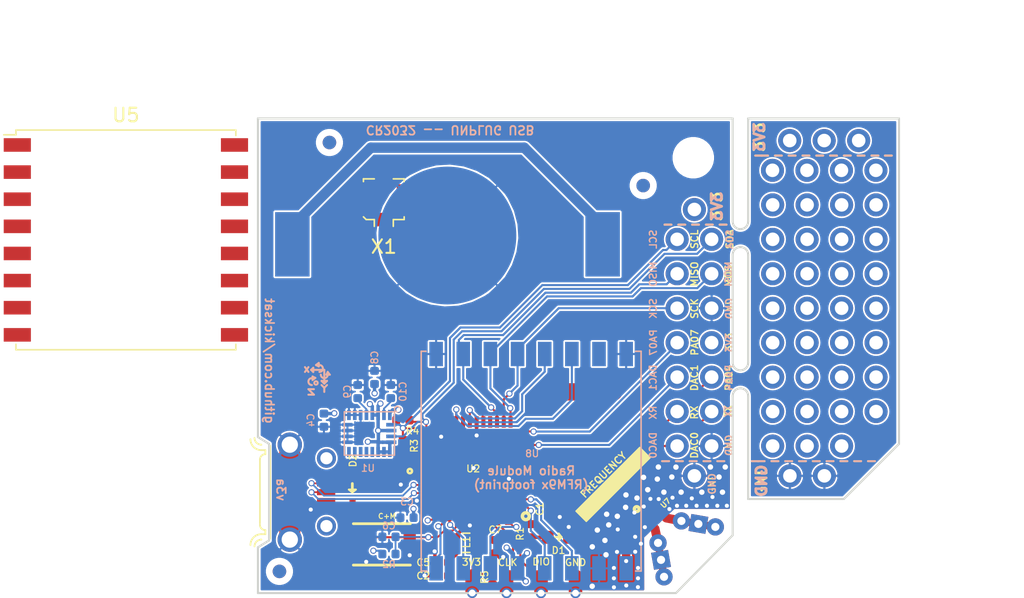
<source format=kicad_pcb>
(kicad_pcb (version 20171130) (host pcbnew "(5.1.4-0-10_14)")
  (title_block (title "Project Title"))
  (layers (0 Top signal) (1 In1.Cu signal) (2 In2.Cu signal) (31 Bottom signal) (34 B.Paste user) (35 F.Paste user) (36 B.SilkS user) (37 F.SilkS user) (38 B.Mask user) (39 F.Mask user) (44 Edge.Cuts user))
  (net 0 "")
  (net 1 GND)
  (net 2 "Net-(C6-Pad2)")
  (net 3 /USB+)
  (net 4 /USB-)
  (net 5 VUSB)
  (net 6 /SWDIO)
  (net 7 /SWCLK)
  (net 8 /LED1)
  (net 9 MISO)
  (net 10 SCK)
  (net 11 MOSI)
  (net 12 SDA)
  (net 13 SCL)
  (net 14 "Net-(J4-Pad1)")
  (net 15 "Net-(J5-Pad1)")
  (net 16 "Net-(J20-Pad1)")
  (net 17 "Net-(D1-Pad1)")
  (net 18 PA23)
  (net 19 PA22)
  (net 20 PA21)
  (net 21 TX)
  (net 22 RX)
  (net 23 "Net-(L1-Pad1)")
  (net 24 "Net-(J13-Pad1)")
  (net 25 "Net-(J13-Pad2)")
  (net 26 "Net-(J13-Pad3)")
  (net 27 "Net-(J13-Pad4)")
  (net 28 "Net-(J14-Pad1)")
  (net 29 "Net-(J14-Pad2)")
  (net 30 "Net-(J14-Pad3)")
  (net 31 "Net-(J14-Pad4)")
  (net 32 "Net-(J15-Pad1)")
  (net 33 "Net-(J15-Pad2)")
  (net 34 "Net-(J15-Pad3)")
  (net 35 "Net-(J15-Pad4)")
  (net 36 "Net-(J16-Pad1)")
  (net 37 "Net-(J16-Pad2)")
  (net 38 "Net-(J16-Pad3)")
  (net 39 "Net-(J16-Pad4)")
  (net 40 "Net-(J17-Pad1)")
  (net 41 "Net-(J17-Pad2)")
  (net 42 "Net-(J17-Pad3)")
  (net 43 "Net-(J17-Pad4)")
  (net 44 "Net-(J18-Pad1)")
  (net 45 "Net-(J18-Pad2)")
  (net 46 "Net-(J18-Pad3)")
  (net 47 "Net-(J18-Pad4)")
  (net 48 "Net-(J19-Pad1)")
  (net 49 "Net-(J19-Pad2)")
  (net 50 "Net-(J19-Pad3)")
  (net 51 "Net-(J19-Pad4)")
  (net 52 "Net-(J20-Pad2)")
  (net 53 "Net-(J20-Pad3)")
  (net 54 "Net-(J20-Pad4)")
  (net 55 DAC0)
  (net 56 +3V3)
  (net 57 "Net-(C9-Pad2)")
  (net 58 "Net-(C10-Pad2)")
  (net 59 "Net-(U2-Pad24)")
  (net 60 "Net-(U2-Pad23)")
  (net 61 "Net-(U2-Pad22)")
  (net 62 "Net-(U2-Pad20)")
  (net 63 "Net-(ANT1-PadIN1)")
  (net 64 "Net-(D2-Pad1)")
  (net 65 "Net-(J2-Pad4)")
  (net 66 "Net-(J3-Pad1)")
  (net 67 "Net-(S2-Pad1)")
  (net 68 "Net-(U1-Pad9)")
  (net 69 "Net-(U1-Pad10)")
  (net 70 "Net-(U1-Pad11)")
  (net 71 "Net-(U1-Pad12)")
  (net 72 "Net-(U1-Pad13)")
  (net 73 "Net-(U2-Pad37)")
  (net 74 "Net-(U2-Pad27)")
  (net 75 "Net-(U2-Pad16)")
  (net 76 "Net-(C2-Pad1)")
  (net 77 "Net-(ANT2-PadIN1)")
  (net 78 "Net-(U8-Pad7)")
  (net 79 "Net-(U2-Pad11)")
  (net 80 "Net-(U2-Pad28)")
  (net 81 "Net-(U2-Pad29)")
  (net 82 RF_CS)
  (net 83 RF_RST)
  (net 84 RF_DIO3)
  (net 85 RF_BUSY)
  (net 86 RF_DIO0)
  (net 87 RF_DIO1)
  (net 88 RF_DIO2)
  (net 89 PA04)
  (net 90 DAC1)
  (net 91 PA07)
  (net 92 "Net-(U7-Pad1)")
  (net 93 "Net-(U5-Pad16)")
  (net 94 "Net-(U5-Pad15)")
  (net 95 "Net-(U5-Pad14)")
  (net 96 "Net-(U5-Pad13)")
  (net 97 "Net-(U5-Pad12)")
  (net 98 "Net-(U5-Pad11)")
  (net 99 "Net-(U5-Pad10)")
  (net 100 "Net-(U5-Pad9)")
  (net 101 "Net-(U5-Pad8)")
  (net 102 "Net-(U5-Pad7)")
  (net 103 "Net-(U5-Pad6)")
  (net 104 "Net-(U5-Pad5)")
  (net 105 "Net-(U5-Pad4)")
  (net 106 "Net-(U5-Pad3)")
  (net 107 "Net-(U5-Pad2)")
  (net 108 "Net-(U5-Pad1)")
  (net 109 "Net-(U8-Pad9)")
  (module Connector_Coaxial:U.FL_Molex_MCRF_73412-0110_Vertical (layer Top) (at 91 80)
    (fp_text reference X1 (at 0 3.5) (layer F.SilkS))
    (fp_text value ANTENNA_U.FL)
    (pad 1 smd rect (at 0 1.5) (size 1 1) (layers Top F.Paste F.Mask) (net 1 GND))
    (pad 2 smd rect (at 0 -1.5) (size 1 1) (layers Top F.Paste F.Mask) (net 1 GND))
    (pad 2 smd rect (at 1.475 0) (size 1.05 2.2) (layers Top F.Paste F.Mask) (net 1 GND))
    (pad 2 smd rect (at -1.475 0) (size 1.05 2.2) (layers Top F.Paste F.Mask) (net 1 GND))
  )
  (module Diode_SMD:D_SOD-323 (layer Top) (at 88.6968 101.346 90)
    (fp_text reference D2 (at 2.0828 0.0254 90) (layer F.SilkS) (effects (font (size 0.508 0.508) (thickness 0.0889))))
    (fp_text value RB550V)
    (pad 1 smd rect (at -1.05 0 90) (size 0.6 0.45) (layers Top F.Paste F.Mask) (net 64 "Net-(D2-Pad1)"))
    (pad 2 smd rect (at 1.05 0 90) (size 0.6 0.45) (layers Top F.Paste F.Mask) (net 5 VUSB))
  )
  (module RF_Module:HOPERF_RFM9XW_SMD (layer Top) (at 72 83)
    (fp_text reference U5 (at 0 -9.2) (layer F.SilkS))
    (fp_text value RFM95W-915S2-RF_AM_FM)
    (pad 16 smd rect (at 8 -7) (size 2 1) (layers Top F.Paste F.Mask) (net 93 "Net-(U5-Pad16)"))
    (pad 15 smd rect (at 8 -5) (size 2 1) (layers Top F.Paste F.Mask) (net 94 "Net-(U5-Pad15)"))
    (pad 14 smd rect (at 8 -3) (size 2 1) (layers Top F.Paste F.Mask) (net 95 "Net-(U5-Pad14)"))
    (pad 13 smd rect (at 8 -1) (size 2 1) (layers Top F.Paste F.Mask) (net 96 "Net-(U5-Pad13)"))
    (pad 12 smd rect (at 8 1) (size 2 1) (layers Top F.Paste F.Mask) (net 97 "Net-(U5-Pad12)"))
    (pad 11 smd rect (at 8 3) (size 2 1) (layers Top F.Paste F.Mask) (net 98 "Net-(U5-Pad11)"))
    (pad 10 smd rect (at 8 5) (size 2 1) (layers Top F.Paste F.Mask) (net 99 "Net-(U5-Pad10)"))
    (pad 9 smd rect (at 8 7) (size 2 1) (layers Top F.Paste F.Mask) (net 100 "Net-(U5-Pad9)"))
    (pad 8 smd rect (at -8 7) (size 2 1) (layers Top F.Paste F.Mask) (net 101 "Net-(U5-Pad8)"))
    (pad 7 smd rect (at -8 5) (size 2 1) (layers Top F.Paste F.Mask) (net 102 "Net-(U5-Pad7)"))
    (pad 6 smd rect (at -8 3) (size 2 1) (layers Top F.Paste F.Mask) (net 103 "Net-(U5-Pad6)"))
    (pad 5 smd rect (at -8 1) (size 2 1) (layers Top F.Paste F.Mask) (net 104 "Net-(U5-Pad5)"))
    (pad 4 smd rect (at -8 -1) (size 2 1) (layers Top F.Paste F.Mask) (net 105 "Net-(U5-Pad4)"))
    (pad 3 smd rect (at -8 -3) (size 2 1) (layers Top F.Paste F.Mask) (net 106 "Net-(U5-Pad3)"))
    (pad 2 smd rect (at -8 -5) (size 2 1) (layers Top F.Paste F.Mask) (net 107 "Net-(U5-Pad2)"))
    (pad 1 smd rect (at -8 -7) (size 2 1) (layers Top F.Paste F.Mask) (net 108 "Net-(U5-Pad1)"))
  )
  (module custom-footprints:BAT-HLD-001 (layer Bottom) (at 95.69196 83.1977)
    (fp_text reference U3 hide)
    (fp_text value BAT-HLD-001 hide)
    (pad 2 smd circle (at -0.01016 -0.5207) (size 10.16 10.16) (layers Bottom B.Paste B.Mask) (net 1 GND))
    (pad 3 smd rect (at 11.43 0.127) (size 2.54 4.75) (layers Bottom B.Paste B.Mask) (net 64 "Net-(D2-Pad1)"))
    (pad 1 smd rect (at -11.43 0.127) (size 2.54 4.75) (layers Bottom B.Paste B.Mask) (net 64 "Net-(D2-Pad1)"))
  )
  (module RF_Module:HOPERF_RFM9XW_SMD (layer Bottom) (at 101.854 99.314 270)
    (fp_text reference U8 (at -0.5588 -0.0762) (layer B.SilkS) (effects (font (size 0.508 0.508) (thickness 0.0889)) (justify mirror)))
    (fp_text value RFM95W-915S2)
    (pad 16 smd rect (at 7.9 7 270) (size 1.8 1) (layers Bottom B.Paste B.Mask) (net 88 RF_DIO2))
    (pad 15 smd rect (at 7.9 5 270) (size 1.8 1) (layers Bottom B.Paste B.Mask) (net 87 RF_DIO1))
    (pad 14 smd rect (at 7.9 3 270) (size 1.8 1) (layers Bottom B.Paste B.Mask) (net 86 RF_DIO0))
    (pad 13 smd rect (at 7.9 1 270) (size 1.8 1) (layers Bottom B.Paste B.Mask) (net 56 +3V3))
    (pad 12 smd rect (at 7.9 -1 270) (size 1.8 1) (layers Bottom B.Paste B.Mask) (net 85 RF_BUSY))
    (pad 11 smd rect (at 7.9 -3 270) (size 1.8 1) (layers Bottom B.Paste B.Mask) (net 84 RF_DIO3))
    (pad 10 smd rect (at 7.9 -5 270) (size 1.8 1) (layers Bottom B.Paste B.Mask) (net 1 GND))
    (pad 9 smd rect (at 7.9 -7 270) (size 1.8 1) (layers Bottom B.Paste B.Mask) (net 109 "Net-(U8-Pad9)"))
    (pad 8 smd rect (at -7.9 -7 270) (size 1.8 1) (layers Bottom B.Paste B.Mask) (net 1 GND))
    (pad 7 smd rect (at -7.9 -5 270) (size 1.8 1) (layers Bottom B.Paste B.Mask) (net 78 "Net-(U8-Pad7)"))
    (pad 6 smd rect (at -7.9 -3 270) (size 1.8 1) (layers Bottom B.Paste B.Mask) (net 83 RF_RST))
    (pad 5 smd rect (at -7.9 -1 270) (size 1.8 1) (layers Bottom B.Paste B.Mask) (net 82 RF_CS))
    (pad 4 smd rect (at -7.9 1 270) (size 1.8 1) (layers Bottom B.Paste B.Mask) (net 10 SCK))
    (pad 3 smd rect (at -7.9 3 270) (size 1.8 1) (layers Bottom B.Paste B.Mask) (net 11 MOSI))
    (pad 2 smd rect (at -7.9 5 270) (size 1.8 1) (layers Bottom B.Paste B.Mask) (net 9 MISO))
    (pad 1 smd rect (at -7.9 7 270) (size 1.8 1) (layers Bottom B.Paste B.Mask) (net 1 GND))
  )
  (module custom-footprints:castellated_small_1side (layer Top) (at 105.12298 107.6579 270)
    (fp_text reference J30 hide)
    (fp_text value Conn_01x01)
    (pad 1 smd custom (at 0.762 0 270) (size 1.25 1) (layers Top F.Paste F.Mask) (net 1 GND) (options (clearance outline) (anchor rect)) (primitives (gr_circle (center -0.625 0) (end -0.125 0) (width 0))))
    (pad 1 thru_hole circle (at 1.387 0 270) (size 0.75 0.75) (drill 0.5) (layers *.Cu *.Mask) (net 1 GND))
  )
  (module custom-footprints:castellated_small_1side (layer Top) (at 97.5106 107.6452 270)
    (fp_text reference J29 hide)
    (fp_text value Conn_01x01)
    (pad 1 smd custom (at 0.762 0 270) (size 1.25 1) (layers Top F.Paste F.Mask) (net 56 +3V3) (options (clearance outline) (anchor rect)) (primitives (gr_circle (center -0.625 0) (end -0.125 0) (width 0))))
    (pad 1 thru_hole circle (at 1.387 0 270) (size 0.75 0.75) (drill 0.5) (layers *.Cu *.Mask) (net 56 +3V3))
  )
  (module custom-footprints:castellated_small_1side (layer Top) (at 100.04298 107.6579 270)
    (fp_text reference J28 hide)
    (fp_text value Conn_01x01)
    (pad 1 smd custom (at 0.762 0 270) (size 1.25 1) (layers Top F.Paste F.Mask) (net 7 /SWCLK) (options (clearance outline) (anchor rect)) (primitives (gr_circle (center -0.625 0) (end -0.125 0) (width 0))))
    (pad 1 thru_hole circle (at 1.387 0 270) (size 0.75 0.75) (drill 0.5) (layers *.Cu *.Mask) (net 7 /SWCLK))
  )
  (module custom-footprints:castellated_small_1side (layer Top) (at 102.58298 107.6579 270)
    (fp_text reference J1 hide)
    (fp_text value Conn_01x01)
    (pad 1 smd custom (at 0.762 0 270) (size 1.25 1) (layers Top F.Paste F.Mask) (net 6 /SWDIO) (options (clearance outline) (anchor rect)) (primitives (gr_circle (center -0.625 0) (end -0.125 0) (width 0))))
    (pad 1 thru_hole circle (at 1.387 0 270) (size 0.75 0.75) (drill 0.5) (layers *.Cu *.Mask) (net 6 /SWDIO))
  )
  (module LED_SMD:LED_0603_1608Metric (layer Top) (at 103.8606 104.9274)
    (fp_text reference D1 (at 0.00762 0.9652 180) (layer F.SilkS) (effects (font (size 0.508 0.508) (thickness 0.0889))))
    (fp_text value GREEN)
    (pad 1 smd roundrect (at -0.7875 0) (size 0.875 0.95) (layers Top F.Paste F.Mask) (net 17 "Net-(D1-Pad1)"))
    (pad 2 smd roundrect (at 0.7875 0) (size 0.875 0.95) (layers Top F.Paste F.Mask) (net 1 GND))
  )
  (module custom-footprints:balun0603 (layer Top) (at 110.871 103.378 315)
    (fp_text reference U7 (at -0.053882 -1.311117 45) (layer F.SilkS) (effects (font (size 0.381 0.381) (thickness 0.0889))))
    (fp_text value HHM17139B2)
    (pad 5 smd rect (at 0 -0.5 315) (size 0.3 0.5) (layers Top F.Paste F.Mask) (net 1 GND))
    (pad 6 smd rect (at -0.55 -0.5 315) (size 0.3 0.5) (layers Top F.Paste F.Mask) (net 1 GND))
    (pad 4 smd rect (at 0.55 -0.5 315) (size 0.3 0.5) (layers Top F.Paste F.Mask) (net 77 "Net-(ANT2-PadIN1)"))
    (pad 1 smd rect (at -0.55 0.5 315) (size 0.3 0.5) (layers Top F.Paste F.Mask) (net 92 "Net-(U7-Pad1)"))
    (pad 3 smd rect (at 0.55 0.5 315) (size 0.3 0.5) (layers Top F.Paste F.Mask) (net 63 "Net-(ANT1-PadIN1)"))
    (pad 2 smd rect (at 0 0.5 315) (size 0.3 0.5) (layers Top F.Paste F.Mask) (net 1 GND))
  )
  (module Inductor_SMD:L_0805_2012Metric (layer Top) (at 97.0788 105.3338 180)
    (fp_text reference L1 (at -0.0254 0.0508 270) (layer F.SilkS) (effects (font (size 0.508 0.508) (thickness 0.0889))))
    (fp_text value 10uH)
    (pad 2 smd roundrect (at 0.9375 0 180) (size 0.975 1.4) (layers Top F.Paste F.Mask) (net 76 "Net-(C2-Pad1)"))
    (pad 1 smd roundrect (at -0.9375 0 180) (size 0.975 1.4) (layers Top F.Paste F.Mask) (net 23 "Net-(L1-Pad1)"))
  )
  (module custom-footprints:PinHeader_CUSTOM2 (layer Top) (at 113.8809 100.396104)
    (fp_text reference J10 hide)
    (fp_text value Conn_01x01)
    (pad 1 thru_hole oval (at 0 0) (size 1.7 1.7) (drill 1) (layers *.Cu *.Mask) (net 1 GND))
  )
  (module Sprite:ANTENNA (layer Top) (at 114.1751 103.9416 170)
    (fp_text reference ANT2 hide)
    (fp_text value ANTENNA hide)
    (pad IN1 thru_hole rect (at 0 0 350) (size 1.27 1.27) (drill 0.6) (layers *.Cu *.Mask) (net 77 "Net-(ANT2-PadIN1)"))
    (pad IN2 thru_hole circle (at 1.27 0 350) (size 1.27 1.27) (drill 0.6) (layers *.Cu *.Mask) (net 77 "Net-(ANT2-PadIN1)"))
    (pad IN3 thru_hole circle (at -1.27 0 170) (size 1.27 1.27) (drill 0.6) (layers *.Cu *.Mask) (net 77 "Net-(ANT2-PadIN1)"))
  )
  (module Capacitor_SMD:C_0402_1005Metric (layer Top) (at 95.25 106.7816 180)
    (fp_text reference C5 (at 1.3462 -0.0016 180) (layer F.SilkS) (effects (font (size 0.508 0.508) (thickness 0.0889))))
    (fp_text value 1uF)
    (pad 2 smd roundrect (at 0.485 0 180) (size 0.59 0.64) (layers Top F.Paste F.Mask) (net 1 GND))
    (pad 1 smd roundrect (at -0.485 0 180) (size 0.59 0.64) (layers Top F.Paste F.Mask) (net 76 "Net-(C2-Pad1)"))
  )
  (module Capacitor_SMD:C_0402_1005Metric (layer Bottom) (at 92.71 103.4796 180)
    (fp_text reference C3 (at 0 1.17 180) (layer B.SilkS) (effects (font (size 0.508 0.508) (thickness 0.0889)) (justify mirror)))
    (fp_text value 1uF)
    (pad 2 smd roundrect (at 0.485 0 180) (size 0.59 0.64) (layers Bottom B.Paste B.Mask) (net 1 GND))
    (pad 1 smd roundrect (at -0.485 0 180) (size 0.59 0.64) (layers Bottom B.Paste B.Mask) (net 56 +3V3))
  )
  (module Capacitor_SMD:C_0402_1005Metric (layer Top) (at 95.25 107.76712 180)
    (fp_text reference C2 (at 1.3462 -0.0016 180) (layer F.SilkS) (effects (font (size 0.508 0.508) (thickness 0.0889))))
    (fp_text value 10uF)
    (pad 2 smd roundrect (at 0.485 0 180) (size 0.59 0.64) (layers Top F.Paste F.Mask) (net 1 GND))
    (pad 1 smd roundrect (at -0.485 0 180) (size 0.59 0.64) (layers Top F.Paste F.Mask) (net 76 "Net-(C2-Pad1)"))
  )
  (module Capacitor_SMD:C_0402_1005Metric (layer Top) (at 99.2124 105.6132 270)
    (fp_text reference C7 (at -1.2446 0) (layer F.SilkS) (effects (font (size 0.508 0.508) (thickness 0.0889))))
    (fp_text value 10uF)
    (pad 1 smd roundrect (at -0.485 0 270) (size 0.59 0.64) (layers Top F.Paste F.Mask) (net 56 +3V3))
    (pad 2 smd roundrect (at 0.485 0 270) (size 0.59 0.64) (layers Top F.Paste F.Mask) (net 1 GND))
  )
  (module Capacitor_SMD:C_0402_1005Metric (layer Top) (at 103.28656 102.94874 270)
    (fp_text reference C1 (at -0.10414 0.79756 270) (layer F.SilkS) (effects (font (size 0.508 0.508) (thickness 0.0889))))
    (fp_text value 0.1uF)
    (pad 2 smd roundrect (at 0.485 0 270) (size 0.59 0.64) (layers Top F.Paste F.Mask) (net 1 GND))
    (pad 1 smd roundrect (at -0.485 0 270) (size 0.59 0.64) (layers Top F.Paste F.Mask) (net 56 +3V3))
  )
  (module Sprite:ANTENNA (layer Top) (at 111.4235 106.5916 100)
    (fp_text reference ANT1 hide)
    (fp_text value ANTENNA hide)
    (pad IN1 thru_hole rect (at 0 0 280) (size 1.27 1.27) (drill 0.6) (layers *.Cu *.Mask) (net 63 "Net-(ANT1-PadIN1)"))
    (pad IN2 thru_hole circle (at 1.27 0 280) (size 1.27 1.27) (drill 0.6) (layers *.Cu *.Mask) (net 63 "Net-(ANT1-PadIN1)"))
    (pad IN3 thru_hole circle (at -1.27 0 100) (size 1.27 1.27) (drill 0.6) (layers *.Cu *.Mask) (net 63 "Net-(ANT1-PadIN1)"))
  )
  (module Fiducial:Fiducial_1mm_Dia_2mm_Outer (layer Top) (at 110.109 78.994)
    (fp_text reference REF** hide)
    (fp_text value Fiducial_1mm_Dia_2mm_Outer)
    (pad "" smd circle (at 0 0) (size 1 1) (layers Top F.Mask) (clearance 0.5))
  )
  (module Fiducial:Fiducial_1mm_Dia_2mm_Outer (layer Bottom) (at 110.109 78.994)
    (fp_text reference REF** hide)
    (fp_text value Fiducial_1mm_Dia_2mm_Outer)
    (pad "" smd circle (at 0 0) (size 1 1) (layers Bottom B.Mask) (clearance 0.5))
  )
  (module Fiducial:Fiducial_1mm_Dia_2mm_Outer (layer Top) (at 86.995 75.819)
    (fp_text reference REF** hide)
    (fp_text value Fiducial_1mm_Dia_2mm_Outer)
    (pad "" smd circle (at 0 0) (size 1 1) (layers Top F.Mask) (clearance 0.5))
  )
  (module Fiducial:Fiducial_1mm_Dia_2mm_Outer (layer Bottom) (at 86.995 75.819)
    (fp_text reference REF** hide)
    (fp_text value Fiducial_1mm_Dia_2mm_Outer)
    (pad "" smd circle (at 0 0) (size 1 1) (layers Bottom B.Mask) (clearance 0.5))
  )
  (module Fiducial:Fiducial_1mm_Dia_2mm_Outer (layer Bottom) (at 83.312 107.442)
    (fp_text reference REF** hide)
    (fp_text value Fiducial_1mm_Dia_2mm_Outer)
    (pad "" smd circle (at 0 0) (size 1 1) (layers Bottom B.Mask) (clearance 0.5))
  )
  (module "" (layer Top) (at 113.79962 76.94228)
    (fp_text reference @HOLE0 hide)
    (fp_text value "" (at 0 0) (layer F.SilkS) (effects (font (size 1.27 1.27))))
    (pad "" np_thru_hole circle (at 0 0) (size 2.8 2.8) (drill 2.8) (layers *.Cu *.Mask))
  )
  (module Fiducial:Fiducial_1mm_Dia_2mm_Outer (layer Top) (at 83.312 107.442)
    (fp_text reference REF** hide)
    (fp_text value Fiducial_1mm_Dia_2mm_Outer)
    (pad "" smd circle (at 0 0) (size 1 1) (layers Top F.Mask) (clearance 0.5))
  )
  (module custom-footprints:PinHeader_CUSTOM3 (layer Top) (at 112.6109 90.5764 90)
    (fp_text reference J25 hide)
    (fp_text value Conn_01x02)
    (pad 2 thru_hole oval (at 0 2.54 90) (size 1.7 1.7) (drill 1) (layers *.Cu *.Mask) (net 56 +3V3))
    (pad 1 thru_hole oval (at 0 0 90) (size 1.7 1.7) (drill 1) (layers *.Cu *.Mask) (net 91 PA07))
  )
  (module custom-footprints:PinHeader_CUSTOM3 (layer Top) (at 112.6109 98.1964 90)
    (fp_text reference J27 hide)
    (fp_text value Conn_01x02)
    (pad 1 thru_hole oval (at 0 0 90) (size 1.7 1.7) (drill 1) (layers *.Cu *.Mask) (net 55 DAC0))
    (pad 2 thru_hole oval (at 0 2.54 90) (size 1.7 1.7) (drill 1) (layers *.Cu *.Mask) (net 1 GND))
  )
  (module custom-footprints:PinHeader_CUSTOM3 (layer Top) (at 112.6109 82.9564 90)
    (fp_text reference J26 hide)
    (fp_text value Conn_01x02)
    (pad 2 thru_hole oval (at 0 2.54 90) (size 1.7 1.7) (drill 1) (layers *.Cu *.Mask) (net 12 SDA))
    (pad 1 thru_hole oval (at 0 0 90) (size 1.7 1.7) (drill 1) (layers *.Cu *.Mask) (net 13 SCL))
  )
  (module custom-footprints:PinHeader_CUSTOM3 (layer Top) (at 112.6109 93.1164 90)
    (fp_text reference J24 hide)
    (fp_text value Conn_01x02)
    (pad 2 thru_hole oval (at 0 2.54 90) (size 1.7 1.7) (drill 1) (layers *.Cu *.Mask) (net 89 PA04))
    (pad 1 thru_hole oval (at 0 0 90) (size 1.7 1.7) (drill 1) (layers *.Cu *.Mask) (net 90 DAC1))
  )
  (module custom-footprints:PinHeader_CUSTOM3 (layer Top) (at 112.6109 85.4964 90)
    (fp_text reference J23 hide)
    (fp_text value Conn_01x02)
    (pad 2 thru_hole oval (at 0 2.54 90) (size 1.7 1.7) (drill 1) (layers *.Cu *.Mask) (net 11 MOSI))
    (pad 1 thru_hole oval (at 0 0 90) (size 1.7 1.7) (drill 1) (layers *.Cu *.Mask) (net 9 MISO))
  )
  (module custom-footprints:PinHeader_CUSTOM3 (layer Top) (at 112.6109 88.0364 90)
    (fp_text reference J22 hide)
    (fp_text value Conn_01x02)
    (pad 1 thru_hole oval (at 0 0 90) (size 1.7 1.7) (drill 1) (layers *.Cu *.Mask) (net 10 SCK))
    (pad 2 thru_hole oval (at 0 2.54 90) (size 1.7 1.7) (drill 1) (layers *.Cu *.Mask) (net 1 GND))
  )
  (module custom-footprints:PinHeader_CUSTOM3 (layer Top) (at 112.6109 95.6564 90)
    (fp_text reference J21 hide)
    (fp_text value Conn_01x02)
    (pad 2 thru_hole oval (at 0 2.54 90) (size 1.7 1.7) (drill 1) (layers *.Cu *.Mask) (net 21 TX))
    (pad 1 thru_hole oval (at 0 0 90) (size 1.7 1.7) (drill 1) (layers *.Cu *.Mask) (net 22 RX))
  )
  (module custom-footprints:PinHeader_CUSTOM (layer Top) (at 119.6467 80.4164 90)
    (fp_text reference J20 hide)
    (fp_text value Conn_01x04)
    (pad 4 thru_hole oval (at 0 7.62 90) (size 1.7 1.7) (drill 1) (layers *.Cu *.Mask) (net 54 "Net-(J20-Pad4)"))
    (pad 3 thru_hole oval (at 0 5.08 90) (size 1.7 1.7) (drill 1) (layers *.Cu *.Mask) (net 53 "Net-(J20-Pad3)"))
    (pad 2 thru_hole oval (at 0 2.54 90) (size 1.7 1.7) (drill 1) (layers *.Cu *.Mask) (net 52 "Net-(J20-Pad2)"))
    (pad 1 thru_hole oval (at 0 0 90) (size 1.7 1.7) (drill 1) (layers *.Cu *.Mask) (net 16 "Net-(J20-Pad1)"))
  )
  (module custom-footprints:PinHeader_CUSTOM (layer Top) (at 119.634 77.86878 90)
    (fp_text reference J19 hide)
    (fp_text value Conn_01x04)
    (pad 4 thru_hole oval (at 0 7.62 90) (size 1.7 1.7) (drill 1) (layers *.Cu *.Mask) (net 51 "Net-(J19-Pad4)"))
    (pad 3 thru_hole oval (at 0 5.08 90) (size 1.7 1.7) (drill 1) (layers *.Cu *.Mask) (net 50 "Net-(J19-Pad3)"))
    (pad 2 thru_hole oval (at 0 2.54 90) (size 1.7 1.7) (drill 1) (layers *.Cu *.Mask) (net 49 "Net-(J19-Pad2)"))
    (pad 1 thru_hole oval (at 0 0 90) (size 1.7 1.7) (drill 1) (layers *.Cu *.Mask) (net 48 "Net-(J19-Pad1)"))
  )
  (module custom-footprints:PinHeader_CUSTOM (layer Top) (at 119.6467 82.9564 90)
    (fp_text reference J18 hide)
    (fp_text value Conn_01x04)
    (pad 4 thru_hole oval (at 0 7.62 90) (size 1.7 1.7) (drill 1) (layers *.Cu *.Mask) (net 47 "Net-(J18-Pad4)"))
    (pad 3 thru_hole oval (at 0 5.08 90) (size 1.7 1.7) (drill 1) (layers *.Cu *.Mask) (net 46 "Net-(J18-Pad3)"))
    (pad 2 thru_hole oval (at 0 2.54 90) (size 1.7 1.7) (drill 1) (layers *.Cu *.Mask) (net 45 "Net-(J18-Pad2)"))
    (pad 1 thru_hole oval (at 0 0 90) (size 1.7 1.7) (drill 1) (layers *.Cu *.Mask) (net 44 "Net-(J18-Pad1)"))
  )
  (module custom-footprints:PinHeader_CUSTOM (layer Top) (at 119.6467 85.4964 90)
    (fp_text reference J17 hide)
    (fp_text value Conn_01x04)
    (pad 4 thru_hole oval (at 0 7.62 90) (size 1.7 1.7) (drill 1) (layers *.Cu *.Mask) (net 43 "Net-(J17-Pad4)"))
    (pad 3 thru_hole oval (at 0 5.08 90) (size 1.7 1.7) (drill 1) (layers *.Cu *.Mask) (net 42 "Net-(J17-Pad3)"))
    (pad 2 thru_hole oval (at 0 2.54 90) (size 1.7 1.7) (drill 1) (layers *.Cu *.Mask) (net 41 "Net-(J17-Pad2)"))
    (pad 1 thru_hole oval (at 0 0 90) (size 1.7 1.7) (drill 1) (layers *.Cu *.Mask) (net 40 "Net-(J17-Pad1)"))
  )
  (module custom-footprints:PinHeader_CUSTOM (layer Top) (at 119.6467 88.0364 90)
    (fp_text reference J16 hide)
    (fp_text value Conn_01x04)
    (pad 4 thru_hole oval (at 0 7.62 90) (size 1.7 1.7) (drill 1) (layers *.Cu *.Mask) (net 39 "Net-(J16-Pad4)"))
    (pad 3 thru_hole oval (at 0 5.08 90) (size 1.7 1.7) (drill 1) (layers *.Cu *.Mask) (net 38 "Net-(J16-Pad3)"))
    (pad 2 thru_hole oval (at 0 2.54 90) (size 1.7 1.7) (drill 1) (layers *.Cu *.Mask) (net 37 "Net-(J16-Pad2)"))
    (pad 1 thru_hole oval (at 0 0 90) (size 1.7 1.7) (drill 1) (layers *.Cu *.Mask) (net 36 "Net-(J16-Pad1)"))
  )
  (module custom-footprints:PinHeader_CUSTOM (layer Top) (at 119.6467 95.6564 90)
    (fp_text reference J15 hide)
    (fp_text value Conn_01x04)
    (pad 4 thru_hole oval (at 0 7.62 90) (size 1.7 1.7) (drill 1) (layers *.Cu *.Mask) (net 35 "Net-(J15-Pad4)"))
    (pad 3 thru_hole oval (at 0 5.08 90) (size 1.7 1.7) (drill 1) (layers *.Cu *.Mask) (net 34 "Net-(J15-Pad3)"))
    (pad 2 thru_hole oval (at 0 2.54 90) (size 1.7 1.7) (drill 1) (layers *.Cu *.Mask) (net 33 "Net-(J15-Pad2)"))
    (pad 1 thru_hole oval (at 0 0 90) (size 1.7 1.7) (drill 1) (layers *.Cu *.Mask) (net 32 "Net-(J15-Pad1)"))
  )
  (module custom-footprints:PinHeader_CUSTOM (layer Top) (at 119.6467 90.5764 90)
    (fp_text reference J14 hide)
    (fp_text value Conn_01x04)
    (pad 4 thru_hole oval (at 0 7.62 90) (size 1.7 1.7) (drill 1) (layers *.Cu *.Mask) (net 31 "Net-(J14-Pad4)"))
    (pad 3 thru_hole oval (at 0 5.08 90) (size 1.7 1.7) (drill 1) (layers *.Cu *.Mask) (net 30 "Net-(J14-Pad3)"))
    (pad 2 thru_hole oval (at 0 2.54 90) (size 1.7 1.7) (drill 1) (layers *.Cu *.Mask) (net 29 "Net-(J14-Pad2)"))
    (pad 1 thru_hole oval (at 0 0 90) (size 1.7 1.7) (drill 1) (layers *.Cu *.Mask) (net 28 "Net-(J14-Pad1)"))
  )
  (module custom-footprints:PinHeader_CUSTOM (layer Top) (at 119.6467 93.1164 90)
    (fp_text reference J13 hide)
    (fp_text value Conn_01x04)
    (pad 4 thru_hole oval (at 0 7.62 90) (size 1.7 1.7) (drill 1) (layers *.Cu *.Mask) (net 27 "Net-(J13-Pad4)"))
    (pad 3 thru_hole oval (at 0 5.08 90) (size 1.7 1.7) (drill 1) (layers *.Cu *.Mask) (net 26 "Net-(J13-Pad3)"))
    (pad 2 thru_hole oval (at 0 2.54 90) (size 1.7 1.7) (drill 1) (layers *.Cu *.Mask) (net 25 "Net-(J13-Pad2)"))
    (pad 1 thru_hole oval (at 0 0 90) (size 1.7 1.7) (drill 1) (layers *.Cu *.Mask) (net 24 "Net-(J13-Pad1)"))
  )
  (module custom-footprints:PinHeader_CUSTOM2 (layer Top) (at 125.984 75.674156)
    (fp_text reference J12 hide)
    (fp_text value Conn_01x01)
    (pad 1 thru_hole oval (at 0 0) (size 1.7 1.7) (drill 1) (layers *.Cu *.Mask) (net 56 +3V3))
  )
  (module custom-footprints:PinHeader_CUSTOM2 (layer Top) (at 123.4567 100.396104)
    (fp_text reference J11 hide)
    (fp_text value Conn_01x01)
    (pad 1 thru_hole oval (at 0 0) (size 1.7 1.7) (drill 1) (layers *.Cu *.Mask) (net 1 GND))
  )
  (module custom-footprints:PinHeader_CUSTOM2 (layer Top) (at 120.9167 100.396104)
    (fp_text reference J9 hide)
    (fp_text value Conn_01x01)
    (pad 1 thru_hole oval (at 0 0) (size 1.7 1.7) (drill 1) (layers *.Cu *.Mask) (net 1 GND))
  )
  (module custom-footprints:PinHeader_CUSTOM2 (layer Top) (at 120.904 75.674156)
    (fp_text reference J8 hide)
    (fp_text value Conn_01x01)
    (pad 1 thru_hole oval (at 0 0) (size 1.7 1.7) (drill 1) (layers *.Cu *.Mask) (net 56 +3V3))
  )
  (module custom-footprints:PinHeader_CUSTOM2 (layer Top) (at 123.444 75.674156)
    (fp_text reference J7 hide)
    (fp_text value Conn_01x01)
    (pad 1 thru_hole oval (at 0 0) (size 1.7 1.7) (drill 1) (layers *.Cu *.Mask) (net 56 +3V3))
  )
  (module custom-footprints:PinHeader_CUSTOM2 (layer Top) (at 113.8809 80.756696)
    (fp_text reference J6 hide)
    (fp_text value Conn_01x01)
    (pad 1 thru_hole oval (at 0 0) (size 1.7 1.7) (drill 1) (layers *.Cu *.Mask) (net 56 +3V3))
  )
  (module custom-footprints:PinHeader_CUSTOM2 (layer Top) (at 124.7267 98.1964)
    (fp_text reference J5 hide)
    (fp_text value Conn_01x01)
    (pad 1 thru_hole oval (at 0 0) (size 1.7 1.7) (drill 1) (layers *.Cu *.Mask) (net 15 "Net-(J5-Pad1)"))
  )
  (module custom-footprints:PinHeader_CUSTOM2 (layer Top) (at 122.1867 98.1964)
    (fp_text reference J4 hide)
    (fp_text value Conn_01x01)
    (pad 1 thru_hole oval (at 0 0) (size 1.7 1.7) (drill 1) (layers *.Cu *.Mask) (net 14 "Net-(J4-Pad1)"))
  )
  (module custom-footprints:PinHeader_CUSTOM2 (layer Top) (at 119.6467 98.1964)
    (fp_text reference J3 hide)
    (fp_text value Conn_01x01)
    (pad 1 thru_hole oval (at 0 0) (size 1.7 1.7) (drill 1) (layers *.Cu *.Mask) (net 66 "Net-(J3-Pad1)"))
  )
  (module custom-footprints:10118194-0001LF (layer Top) (at 84.074 101.6 270)
    (fp_text reference J2 hide)
    (fp_text value 10118194-0001LF hide)
    (pad 1 smd rect (at -1.3 -2.675 90) (size 0.45 1.35) (layers Top F.Paste F.Mask) (net 5 VUSB))
    (pad 2 smd rect (at -0.65 -2.675 90) (size 0.45 1.35) (layers Top F.Paste F.Mask) (net 4 /USB-))
    (pad 3 smd rect (at 0 -2.675 90) (size 0.45 1.35) (layers Top F.Paste F.Mask) (net 3 /USB+))
    (pad 4 smd rect (at 0.65 -2.675 90) (size 0.45 1.35) (layers Top F.Paste F.Mask) (net 65 "Net-(J2-Pad4)"))
    (pad 5 smd rect (at 1.3 -2.675 90) (size 0.45 1.35) (layers Top F.Paste F.Mask) (net 1 GND))
    (pad 6 thru_hole circle (at -2.5 -2.7 270) (size 1.408 1.408) (drill 0.9) (layers *.Cu *.Mask))
    (pad 7 thru_hole circle (at 2.5 -2.7 270) (size 1.408 1.408) (drill 0.9) (layers *.Cu *.Mask))
    (pad 8 thru_hole circle (at -3.5 0 270) (size 1.8 1.8) (drill 1.2) (layers *.Cu *.Mask) (net 1 GND))
    (pad 9 thru_hole circle (at 3.5 0 270) (size 1.8 1.8) (drill 1.2) (layers *.Cu *.Mask) (net 1 GND))
    (pad 10 smd rect (at -1 0 270) (size 1.5 1.55) (layers Top F.Paste F.Mask))
    (pad 11 smd rect (at 1 0 270) (size 1.5 1.55) (layers Top F.Paste F.Mask))
    (pad 12 smd rect (at -3.05 0 270) (size 1.5 1.55) (layers Top F.Paste F.Mask))
    (pad 13 smd rect (at 3.05 0 270) (size 1.5 1.55) (layers Top F.Paste F.Mask))
  )
  (module Resistor_SMD:R_0402_1005Metric (layer Top) (at 92.4052 96.2914)
    (fp_text reference R4 (at 0.7112 0.7874 180) (layer F.SilkS) (effects (font (size 0.508 0.508) (thickness 0.0889))))
    (fp_text value 10K)
    (pad 2 smd roundrect (at 0.485 0) (size 0.59 0.64) (layers Top F.Paste F.Mask) (net 12 SDA))
    (pad 1 smd roundrect (at -0.485 0) (size 0.59 0.64) (layers Top F.Paste F.Mask) (net 56 +3V3))
  )
  (module ATSAMD51G19A-MU:QFN50P700X700X90-49N-D (layer Top) (at 97.5868 99.8728 180)
    (fp_text reference U2 (at 0 0 180) (layer F.SilkS) (effects (font (size 0.508 0.508) (thickness 0.0889))))
    (fp_text value ATSAMD51G_TQFN48 hide)
    (pad 1 smd rect (at -3.45 -2.75 270) (size 0.3 0.85) (layers Top F.Paste F.Mask) (net 85 RF_BUSY))
    (pad 2 smd rect (at -3.45 -2.25 270) (size 0.3 0.85) (layers Top F.Paste F.Mask) (net 84 RF_DIO3))
    (pad 3 smd rect (at -3.45 -1.75 270) (size 0.3 0.85) (layers Top F.Paste F.Mask) (net 55 DAC0))
    (pad 4 smd rect (at -3.45 -1.25 270) (size 0.3 0.85) (layers Top F.Paste F.Mask) (net 56 +3V3))
    (pad 5 smd rect (at -3.45 -0.75 270) (size 0.3 0.85) (layers Top F.Paste F.Mask) (net 1 GND))
    (pad 6 smd rect (at -3.45 -0.25 270) (size 0.3 0.85) (layers Top F.Paste F.Mask) (net 56 +3V3))
    (pad 7 smd rect (at -3.45 0.25 270) (size 0.3 0.85) (layers Top F.Paste F.Mask) (net 21 TX))
    (pad 8 smd rect (at -3.45 0.75 270) (size 0.3 0.85) (layers Top F.Paste F.Mask) (net 22 RX))
    (pad 9 smd rect (at -3.45 1.25 270) (size 0.3 0.85) (layers Top F.Paste F.Mask) (net 89 PA04))
    (pad 10 smd rect (at -3.45 1.75 270) (size 0.3 0.85) (layers Top F.Paste F.Mask) (net 90 DAC1))
    (pad 11 smd rect (at -3.45 2.25 270) (size 0.3 0.85) (layers Top F.Paste F.Mask) (net 79 "Net-(U2-Pad11)"))
    (pad 12 smd rect (at -3.45 2.75 270) (size 0.3 0.85) (layers Top F.Paste F.Mask) (net 91 PA07))
    (pad 13 smd rect (at -2.75 3.45 180) (size 0.3 0.85) (layers Top F.Paste F.Mask) (net 11 MOSI))
    (pad 14 smd rect (at -2.25 3.45 180) (size 0.3 0.85) (layers Top F.Paste F.Mask) (net 10 SCK))
    (pad 15 smd rect (at -1.75 3.45 180) (size 0.3 0.85) (layers Top F.Paste F.Mask) (net 9 MISO))
    (pad 16 smd rect (at -1.25 3.45 180) (size 0.3 0.85) (layers Top F.Paste F.Mask) (net 75 "Net-(U2-Pad16)"))
    (pad 17 smd rect (at -0.75 3.45 180) (size 0.3 0.85) (layers Top F.Paste F.Mask) (net 56 +3V3))
    (pad 18 smd rect (at -0.25 3.45 180) (size 0.3 0.85) (layers Top F.Paste F.Mask) (net 1 GND))
    (pad 19 smd rect (at 0.25 3.45 180) (size 0.3 0.85) (layers Top F.Paste F.Mask) (net 82 RF_CS))
    (pad 20 smd rect (at 0.75 3.45 180) (size 0.3 0.85) (layers Top F.Paste F.Mask) (net 62 "Net-(U2-Pad20)"))
    (pad 21 smd rect (at 1.25 3.45 180) (size 0.3 0.85) (layers Top F.Paste F.Mask) (net 83 RF_RST))
    (pad 22 smd rect (at 1.75 3.45 180) (size 0.3 0.85) (layers Top F.Paste F.Mask) (net 61 "Net-(U2-Pad22)"))
    (pad 23 smd rect (at 2.25 3.45 180) (size 0.3 0.85) (layers Top F.Paste F.Mask) (net 60 "Net-(U2-Pad23)"))
    (pad 24 smd rect (at 2.75 3.45 180) (size 0.3 0.85) (layers Top F.Paste F.Mask) (net 59 "Net-(U2-Pad24)"))
    (pad 25 smd rect (at 3.45 2.75 270) (size 0.3 0.85) (layers Top F.Paste F.Mask) (net 12 SDA))
    (pad 26 smd rect (at 3.45 2.25 270) (size 0.3 0.85) (layers Top F.Paste F.Mask) (net 13 SCL))
    (pad 27 smd rect (at 3.45 1.75 270) (size 0.3 0.85) (layers Top F.Paste F.Mask) (net 74 "Net-(U2-Pad27)"))
    (pad 28 smd rect (at 3.45 1.25 270) (size 0.3 0.85) (layers Top F.Paste F.Mask) (net 80 "Net-(U2-Pad28)"))
    (pad 29 smd rect (at 3.45 0.75 270) (size 0.3 0.85) (layers Top F.Paste F.Mask) (net 81 "Net-(U2-Pad29)"))
    (pad 30 smd rect (at 3.45 0.25 270) (size 0.3 0.85) (layers Top F.Paste F.Mask) (net 20 PA21))
    (pad 31 smd rect (at 3.45 -0.25 270) (size 0.3 0.85) (layers Top F.Paste F.Mask) (net 19 PA22))
    (pad 32 smd rect (at 3.45 -0.75 270) (size 0.3 0.85) (layers Top F.Paste F.Mask) (net 18 PA23))
    (pad 33 smd rect (at 3.45 -1.25 270) (size 0.3 0.85) (layers Top F.Paste F.Mask) (net 4 /USB-))
    (pad 34 smd rect (at 3.45 -1.75 270) (size 0.3 0.85) (layers Top F.Paste F.Mask) (net 3 /USB+))
    (pad 35 smd rect (at 3.45 -2.25 270) (size 0.3 0.85) (layers Top F.Paste F.Mask) (net 1 GND))
    (pad 36 smd rect (at 3.45 -2.75 270) (size 0.3 0.85) (layers Top F.Paste F.Mask) (net 56 +3V3))
    (pad 37 smd rect (at 2.75 -3.45 180) (size 0.3 0.85) (layers Top F.Paste F.Mask) (net 73 "Net-(U2-Pad37)"))
    (pad 38 smd rect (at 2.25 -3.45 180) (size 0.3 0.85) (layers Top F.Paste F.Mask) (net 88 RF_DIO2))
    (pad 39 smd rect (at 1.75 -3.45 180) (size 0.3 0.85) (layers Top F.Paste F.Mask) (net 87 RF_DIO1))
    (pad 40 smd rect (at 1.25 -3.45 180) (size 0.3 0.85) (layers Top F.Paste F.Mask) (net 2 "Net-(C6-Pad2)"))
    (pad 41 smd rect (at 0.75 -3.45 180) (size 0.3 0.85) (layers Top F.Paste F.Mask) (net 76 "Net-(C2-Pad1)"))
    (pad 42 smd rect (at 0.25 -3.45 180) (size 0.3 0.85) (layers Top F.Paste F.Mask) (net 1 GND))
    (pad 43 smd rect (at -0.25 -3.45 180) (size 0.3 0.85) (layers Top F.Paste F.Mask) (net 23 "Net-(L1-Pad1)"))
    (pad 44 smd rect (at -0.75 -3.45 180) (size 0.3 0.85) (layers Top F.Paste F.Mask) (net 56 +3V3))
    (pad 45 smd rect (at -1.25 -3.45 180) (size 0.3 0.85) (layers Top F.Paste F.Mask) (net 7 /SWCLK))
    (pad 46 smd rect (at -1.75 -3.45 180) (size 0.3 0.85) (layers Top F.Paste F.Mask) (net 6 /SWDIO))
    (pad 47 smd rect (at -2.25 -3.45 180) (size 0.3 0.85) (layers Top F.Paste F.Mask) (net 86 RF_DIO0))
    (pad 48 smd rect (at -2.75 -3.45 180) (size 0.3 0.85) (layers Top F.Paste F.Mask) (net 8 /LED1))
    (pad 49 smd rect (at 0 0 180) (size 5.25 5.25) (layers Top F.Paste F.Mask) (net 1 GND))
  )
  (module Capacitor_SMD:C_0402_1005Metric (layer Bottom) (at 91.37904 104.89184)
    (fp_text reference C6 (at 0 -0.8128) (layer B.SilkS) (effects (font (size 0.508 0.508) (thickness 0.0889)) (justify mirror)))
    (fp_text value 1uF)
    (pad 1 smd roundrect (at -0.485 0) (size 0.59 0.64) (layers Bottom B.Paste B.Mask) (net 1 GND))
    (pad 2 smd roundrect (at 0.485 0) (size 0.59 0.64) (layers Bottom B.Paste B.Mask) (net 2 "Net-(C6-Pad2)"))
  )
  (module Resistor_SMD:R_0402_1005Metric (layer Bottom) (at 91.37904 106.16184 180)
    (fp_text reference R2 (at 0 -0.762 180) (layer B.SilkS) (effects (font (size 0.508 0.508) (thickness 0.0889)) (justify mirror)))
    (fp_text value 10K)
    (pad 2 smd roundrect (at 0.485 0 180) (size 0.59 0.64) (layers Bottom B.Paste B.Mask) (net 56 +3V3))
    (pad 1 smd roundrect (at -0.485 0 180) (size 0.59 0.64) (layers Bottom B.Paste B.Mask) (net 2 "Net-(C6-Pad2)"))
  )
  (module Resistor_SMD:R_0402_1005Metric (layer Top) (at 99.0092 107.91952 270)
    (fp_text reference R5 (at -0.04572 0.5842 90) (layer F.SilkS) (effects (font (size 0.508 0.508) (thickness 0.0889))))
    (fp_text value 10K)
    (pad 2 smd roundrect (at 0.485 0 270) (size 0.59 0.64) (layers Top F.Paste F.Mask) (net 7 /SWCLK))
    (pad 1 smd roundrect (at -0.485 0 270) (size 0.59 0.64) (layers Top F.Paste F.Mask) (net 56 +3V3))
  )
  (module "Adafruit Feather M4 Express:BTN_KMR2_4.6X2.8" (layer Top) (at 90.8558 105.45064)
    (fp_text reference SW1 hide)
    (fp_text value "KMR231NG LFS" hide)
    (pad A' smd rect (at -2.05 -0.8) (size 0.9 0.9) (layers Top F.Paste F.Mask) (net 2 "Net-(C6-Pad2)"))
    (pad B' smd rect (at -2.05 0.8) (size 0.9 0.9) (layers Top F.Paste F.Mask) (net 1 GND))
    (pad B smd rect (at 2.05 0.8) (size 0.9 0.9) (layers Top F.Paste F.Mask) (net 1 GND))
    (pad A smd rect (at 2.05 -0.8) (size 0.9 0.9) (layers Top F.Paste F.Mask) (net 2 "Net-(C6-Pad2)"))
  )
  (module Resistor_SMD:R_0402_1005Metric (layer Top) (at 92.4179 98.22434 90)
    (fp_text reference R3 (at 0.04064 0.82296 90) (layer F.SilkS) (effects (font (size 0.508 0.508) (thickness 0.0889))))
    (fp_text value 10K)
    (pad 2 smd roundrect (at 0.485 0 90) (size 0.59 0.64) (layers Top F.Paste F.Mask) (net 13 SCL))
    (pad 1 smd roundrect (at -0.485 0 90) (size 0.59 0.64) (layers Top F.Paste F.Mask) (net 56 +3V3))
  )
  (module Resistor_SMD:R_0402_1005Metric (layer Top) (at 101.8286 104.4448 90)
    (fp_text reference R1 (at -0.2286 -0.7874 90) (layer F.SilkS) (effects (font (size 0.508 0.508) (thickness 0.0889))))
    (fp_text value 330)
    (pad 2 smd roundrect (at 0.485 0 90) (size 0.59 0.64) (layers Top F.Paste F.Mask) (net 8 /LED1))
    (pad 1 smd roundrect (at -0.485 0 90) (size 0.59 0.64) (layers Top F.Paste F.Mask) (net 17 "Net-(D1-Pad1)"))
  )
  (module Capacitor_SMD:C_0402_1005Metric (layer Bottom) (at 91.5162 94.1832 270)
    (fp_text reference C10 (at 0 -0.889 270) (layer B.SilkS) (effects (font (size 0.508 0.508) (thickness 0.0889)) (justify mirror)))
    (fp_text value 0.1uF)
    (pad 2 smd roundrect (at 0.485 0 270) (size 0.59 0.64) (layers Bottom B.Paste B.Mask) (net 58 "Net-(C10-Pad2)"))
    (pad 1 smd roundrect (at -0.485 0 270) (size 0.59 0.64) (layers Bottom B.Paste B.Mask) (net 1 GND))
  )
  (module Capacitor_SMD:C_0402_1005Metric (layer Bottom) (at 89.0778 94.1832 270)
    (fp_text reference C9 (at 0 0.762 270) (layer B.SilkS) (effects (font (size 0.508 0.508) (thickness 0.0889)) (justify mirror)))
    (fp_text value 10nF)
    (pad 2 smd roundrect (at 0.485 0 270) (size 0.59 0.64) (layers Bottom B.Paste B.Mask) (net 57 "Net-(C9-Pad2)"))
    (pad 1 smd roundrect (at -0.485 0 270) (size 0.59 0.64) (layers Bottom B.Paste B.Mask) (net 1 GND))
  )
  (module Capacitor_SMD:C_0402_1005Metric (layer Bottom) (at 90.31732 93.13926 270)
    (fp_text reference C8 (at -1.47066 -0.00508 270) (layer B.SilkS) (effects (font (size 0.508 0.508) (thickness 0.0889)) (justify mirror)))
    (fp_text value 0.1uF)
    (pad 2 smd roundrect (at 0.485 0 270) (size 0.59 0.64) (layers Bottom B.Paste B.Mask) (net 56 +3V3))
    (pad 1 smd roundrect (at -0.485 0 270) (size 0.59 0.64) (layers Bottom B.Paste B.Mask) (net 1 GND))
  )
  (module Capacitor_SMD:C_0402_1005Metric (layer Bottom) (at 86.5886 96.2914 90)
    (fp_text reference C4 (at 0 -0.9652 270) (layer B.SilkS) (effects (font (size 0.508 0.508) (thickness 0.0889)) (justify mirror)))
    (fp_text value 10uF)
    (pad 2 smd roundrect (at 0.485 0 90) (size 0.59 0.64) (layers Bottom B.Paste B.Mask) (net 56 +3V3))
    (pad 1 smd roundrect (at -0.485 0 90) (size 0.59 0.64) (layers Bottom B.Paste B.Mask) (net 1 GND))
  )
  (module Sprite:LGA24-8X4 (layer Bottom) (at 89.9366 97.27258 180)
    (fp_text reference U1 (at -0.462 -2.85422) (layer B.SilkS) (effects (font (size 0.508 0.508) (thickness 0.0889)) (justify left bottom mirror)))
    (fp_text value LSM9DS1 hide)
    (pad 24 smd rect (at -1.075 1.365 90) (size 0.75 0.27) (layers Bottom B.Paste B.Mask) (net 58 "Net-(C10-Pad2)"))
    (pad 23 smd rect (at -0.645 1.365 90) (size 0.75 0.27) (layers Bottom B.Paste B.Mask) (net 56 +3V3))
    (pad 22 smd rect (at -0.215 1.365 90) (size 0.75 0.27) (layers Bottom B.Paste B.Mask) (net 56 +3V3))
    (pad 21 smd rect (at 0.215 1.365 90) (size 0.75 0.27) (layers Bottom B.Paste B.Mask) (net 57 "Net-(C9-Pad2)"))
    (pad 20 smd rect (at 0.645 1.365 90) (size 0.75 0.27) (layers Bottom B.Paste B.Mask) (net 1 GND))
    (pad 19 smd rect (at 1.075 1.365 90) (size 0.75 0.27) (layers Bottom B.Paste B.Mask) (net 1 GND))
    (pad 18 smd rect (at 1.505 1.365 90) (size 0.75 0.27) (layers Bottom B.Paste B.Mask) (net 1 GND))
    (pad 17 smd rect (at 1.615 0.645 180) (size 0.75 0.27) (layers Bottom B.Paste B.Mask) (net 1 GND))
    (pad 16 smd rect (at 1.615 0.215 180) (size 0.75 0.27) (layers Bottom B.Paste B.Mask) (net 1 GND))
    (pad 15 smd rect (at 1.615 -0.215 180) (size 0.75 0.27) (layers Bottom B.Paste B.Mask) (net 1 GND))
    (pad 14 smd rect (at 1.615 -0.645 180) (size 0.75 0.27) (layers Bottom B.Paste B.Mask) (net 1 GND))
    (pad 13 smd rect (at 1.505 -1.365 270) (size 0.75 0.27) (layers Bottom B.Paste B.Mask) (net 72 "Net-(U1-Pad13)"))
    (pad 12 smd rect (at 1.075 -1.365 270) (size 0.75 0.27) (layers Bottom B.Paste B.Mask) (net 71 "Net-(U1-Pad12)"))
    (pad 11 smd rect (at 0.645 -1.365 270) (size 0.75 0.27) (layers Bottom B.Paste B.Mask) (net 70 "Net-(U1-Pad11)"))
    (pad 10 smd rect (at 0.215 -1.365 270) (size 0.75 0.27) (layers Bottom B.Paste B.Mask) (net 69 "Net-(U1-Pad10)"))
    (pad 9 smd rect (at -0.215 -1.365 270) (size 0.75 0.27) (layers Bottom B.Paste B.Mask) (net 68 "Net-(U1-Pad9)"))
    (pad 8 smd rect (at -0.645 -1.365 270) (size 0.75 0.27) (layers Bottom B.Paste B.Mask) (net 56 +3V3))
    (pad 7 smd rect (at -1.075 -1.365 270) (size 0.75 0.27) (layers Bottom B.Paste B.Mask) (net 56 +3V3))
    (pad 6 smd rect (at -1.505 -1.365 270) (size 0.75 0.27) (layers Bottom B.Paste B.Mask) (net 56 +3V3))
    (pad 5 smd rect (at -1.615 -0.645) (size 0.75 0.27) (layers Bottom B.Paste B.Mask) (net 56 +3V3))
    (pad 4 smd rect (at -1.615 -0.215) (size 0.75 0.27) (layers Bottom B.Paste B.Mask) (net 12 SDA))
    (pad 3 smd rect (at -1.615 0.215) (size 0.75 0.27) (layers Bottom B.Paste B.Mask) (net 56 +3V3))
    (pad 2 smd rect (at -1.615 0.645) (size 0.75 0.27) (layers Bottom B.Paste B.Mask) (net 13 SCL))
    (pad 1 smd rect (at -1.505 1.365 90) (size 0.75 0.27) (layers Bottom B.Paste B.Mask) (net 56 +3V3))
  )
  (gr_text GND (at 115.189 100.9904 90) (layer F.SilkS) (effects (font (size 0.508 0.508) (thickness 0.1016))))
  (gr_text GND (at 115.189 100.9904 90) (layer B.SilkS) (effects (font (size 0.508 0.508) (thickness 0.1016)) (justify mirror)))
  (gr_text GND (at 118.8212 100.7618 90) (layer B.SilkS) (effects (font (size 0.762 0.762) (thickness 0.1905)) (justify mirror)))
  (gr_text 3V3 (at 118.6688 75.4126 90) (layer B.SilkS) (effects (font (size 0.762 0.762) (thickness 0.1905)) (justify mirror)))
  (gr_text 3V3 (at 115.5358 80.522 90) (layer B.SilkS) (effects (font (size 0.762 0.762) (thickness 0.1905)) (justify mirror)))
  (gr_text SDA (at 116.4844 82.9564 90) (layer B.SilkS) (effects (font (size 0.508 0.508) (thickness 0.1016)) (justify mirror)))
  (gr_text SCL (at 110.8456 82.9564 90) (layer B.SilkS) (effects (font (size 0.508 0.508) (thickness 0.1016)) (justify mirror)))
  (gr_text MOSI (at 116.4082 85.5218 90) (layer B.SilkS) (effects (font (size 0.508 0.508) (thickness 0.1016)) (justify mirror)))
  (gr_text MISO (at 110.8456 85.5218 90) (layer B.SilkS) (effects (font (size 0.508 0.508) (thickness 0.1016)) (justify mirror)))
  (gr_text SCK (at 110.8456 88.0618 90) (layer B.SilkS) (effects (font (size 0.508 0.508) (thickness 0.1016)) (justify mirror)))
  (gr_text GND (at 116.459 88.0618 90) (layer B.SilkS) (effects (font (size 0.508 0.508) (thickness 0.1016)) (justify mirror)))
  (gr_text 3V3 (at 116.4463 90.5637 90) (layer B.SilkS) (effects (font (size 0.508 0.508) (thickness 0.1016)) (justify mirror)))
  (gr_text PA07 (at 110.8583 90.5637 90) (layer B.SilkS) (effects (font (size 0.508 0.508) (thickness 0.1016)) (justify mirror)))
  (gr_text DAC1 (at 110.8329 93.1672 90) (layer B.SilkS) (effects (font (size 0.508 0.508) (thickness 0.1016)) (justify mirror)))
  (gr_text PA04 (at 116.4209 93.1672 90) (layer B.SilkS) (effects (font (size 0.508 0.508) (thickness 0.1016)) (justify mirror)))
  (gr_text TX (at 116.3701 95.631 90) (layer B.SilkS) (effects (font (size 0.508 0.508) (thickness 0.1016)) (justify mirror)))
  (gr_text RX (at 110.8329 95.7326 90) (layer B.SilkS) (effects (font (size 0.508 0.508) (thickness 0.1016)) (justify mirror)))
  (gr_text DAC0 (at 110.8329 98.1456 90) (layer B.SilkS) (effects (font (size 0.508 0.508) (thickness 0.1016)) (justify mirror)))
  (gr_text GND (at 116.4336 98.1456 90) (layer B.SilkS) (effects (font (size 0.508 0.508) (thickness 0.1016)) (justify mirror)))
  (gr_text "Radio Module\n(RFM9x footprint)" (at 101.854 100.5332) (layer B.SilkS) (effects (font (size 0.635 0.635) (thickness 0.127)) (justify mirror)))
  (gr_text GND (at 116.4336 98.1456 90) (layer F.SilkS) (effects (font (size 0.508 0.508) (thickness 0.1016))))
  (gr_text GND (at 116.459 88.0618 90) (layer F.SilkS) (effects (font (size 0.508 0.508) (thickness 0.1016))))
  (gr_text GND (at 105.1306 106.7816) (layer F.SilkS) (effects (font (size 0.508 0.508) (thickness 0.0889))))
  (gr_poly (pts (xy 105.918 103.759) (xy 110.617 99.06) (xy 109.855 98.298) (xy 105.156 102.997)) (layer F.SilkS) (width 0.1))
  (gr_line (start 88.68156 100.965) (end 88.68156 101.4095) (layer F.SilkS) (width 0.2032))
  (gr_line (start 88.93556 101.4095) (end 88.68156 101.6127) (layer F.SilkS) (width 0.15))
  (gr_line (start 88.68156 101.6127) (end 88.42756 101.4095) (layer F.SilkS) (width 0.15))
  (gr_line (start 88.42756 101.4095) (end 88.63076 101.4095) (layer F.SilkS) (width 0.15))
  (gr_line (start 88.68156 101.5111) (end 88.68156 101.4603) (layer F.SilkS) (width 0.15))
  (gr_line (start 88.68156 101.4095) (end 88.93556 101.4095) (layer F.SilkS) (width 0.15))
  (gr_text "CR2032 -- UNPLUG USB" (at 95.885 74.8919 180) (layer B.SilkS) (effects (font (size 0.635 0.635) (thickness 0.127)) (justify mirror)))
  (gr_text DAC0 (at 113.8809 98.1456 90) (layer F.SilkS) (effects (font (size 0.508 0.508) (thickness 0.1016))))
  (gr_text C+M (at 91.23172 103.37038) (layer F.SilkS) (effects (font (size 0.381 0.381) (thickness 0.0762))))
  (gr_text v3a (at 83.4263 101.4095 270) (layer B.SilkS) (effects (font (size 0.635 0.635) (thickness 0.127)) (justify mirror)))
  (gr_text FREQUENCY (at 107.188 100.33 45) (layer F.SilkS) (effects (font (size 0.508 0.508) (thickness 0.1016))))
  (gr_text github.com/kicksat (at 82.5754 91.9226 270) (layer B.SilkS) (effects (font (size 0.635 0.635) (thickness 0.127)) (justify mirror)))
  (gr_line (start 85.852 94.4118) (end 85.4456 94.4118) (layer B.SilkS) (width 0.15))
  (gr_line (start 85.4456 94.0054) (end 85.852 94.4118) (layer B.SilkS) (width 0.15))
  (gr_line (start 85.852 94.0054) (end 85.4456 94.0054) (layer B.SilkS) (width 0.15))
  (gr_line (start 86.614 93.9038) (end 86.614 94.2086) (layer B.SilkS) (width 0.15))
  (gr_line (start 86.614 93.9038) (end 86.4108 93.7006) (layer B.SilkS) (width 0.15))
  (gr_line (start 86.8172 93.7006) (end 86.614 93.9038) (layer B.SilkS) (width 0.15))
  (gr_line (start 85.4456 92.3798) (end 85.1916 92.7354) (layer B.SilkS) (width 0.15))
  (gr_line (start 85.1916 92.3798) (end 85.4456 92.7354) (layer B.SilkS) (width 0.15))
  (gr_circle (center 86.0044 93.5482) (end 85.9536 93.5482) (layer B.SilkS) (width 0.15))
  (gr_line (start 85.7504 93.073266) (end 85.9536 93.174866) (layer B.SilkS) (width 0.15))
  (gr_arc (start 85.6996 93.4466) (end 85.6996 93.1926) (angle -180) (layer B.SilkS) (width 0.15))
  (gr_line (start 85.9536 93.174866) (end 85.7504 93.327266) (layer B.SilkS) (width 0.15))
  (gr_line (start 85.7504 93.327266) (end 85.7504 93.073266) (layer B.SilkS) (width 0.15))
  (gr_line (start 86.0044 92.2274) (end 86.2076 92.075) (layer B.SilkS) (width 0.15))
  (gr_line (start 86.2076 92.075) (end 86.2076 92.329) (layer B.SilkS) (width 0.15))
  (gr_line (start 86.2076 92.329) (end 86.0044 92.2274) (layer B.SilkS) (width 0.15))
  (gr_line (start 86.7664 92.9386) (end 86.868 92.7354) (layer B.SilkS) (width 0.15))
  (gr_line (start 87.0204 92.9386) (end 86.7664 92.9386) (layer B.SilkS) (width 0.15))
  (gr_line (start 86.868 92.7354) (end 87.0204 92.9386) (layer B.SilkS) (width 0.15))
  (gr_arc (start 86.614 92.9386) (end 86.36 92.9386) (angle -180) (layer B.SilkS) (width 0.15))
  (gr_arc (start 86.2584 92.4814) (end 86.2584 92.7354) (angle -180) (layer B.SilkS) (width 0.15))
  (gr_line (start 86.8172 93.3958) (end 86.614 93.599) (layer B.SilkS) (width 0.15))
  (gr_line (start 86.4108 93.3958) (end 86.8172 93.3958) (layer B.SilkS) (width 0.15))
  (gr_line (start 86.614 93.599) (end 86.4108 93.3958) (layer B.SilkS) (width 0.15))
  (gr_line (start 86.614 92.583) (end 86.614 93.599) (layer B.SilkS) (width 0.15))
  (gr_line (start 85.8012 92.7354) (end 85.6488 92.583) (layer B.SilkS) (width 0.15))
  (gr_line (start 85.8012 92.4306) (end 85.8012 92.7354) (layer B.SilkS) (width 0.15))
  (gr_line (start 85.6488 92.583) (end 85.8012 92.4306) (layer B.SilkS) (width 0.15))
  (gr_line (start 86.614 92.583) (end 85.6488 92.583) (layer B.SilkS) (width 0.15))
  (gr_line (start 103.9876 104.90708) (end 103.9368 104.90708) (layer F.SilkS) (width 0.15))
  (gr_line (start 103.886 105.16108) (end 103.886 104.95788) (layer F.SilkS) (width 0.15))
  (gr_line (start 104.0892 104.90708) (end 103.886 105.16108) (layer F.SilkS) (width 0.15))
  (gr_line (start 103.886 104.65308) (end 104.0892 104.90708) (layer F.SilkS) (width 0.15))
  (gr_line (start 103.886 104.90708) (end 103.886 104.65308) (layer F.SilkS) (width 0.15))
  (gr_line (start 103.632 104.90708) (end 103.886 104.90708) (layer F.SilkS) (width 0.15))
  (gr_text 3V3 (at 97.4598 106.7562) (layer F.SilkS) (effects (font (size 0.508 0.508) (thickness 0.0889))))
  (gr_text CLK (at 100.1268 106.7816) (layer F.SilkS) (effects (font (size 0.508 0.508) (thickness 0.0889))))
  (gr_text DIO (at 102.5906 106.7308) (layer F.SilkS) (effects (font (size 0.508 0.508) (thickness 0.0889))))
  (gr_arc (start 117.2718 84.0994) (end 117.842556 84.0994) (angle -180) (layer Edge.Cuts) (width 0.15))
  (gr_arc (start 117.2718 81.6356) (end 116.701044 81.6356) (angle -180) (layer Edge.Cuts) (width 0.15))
  (gr_arc (start 117.2718 94.5134) (end 117.842556 94.5134) (angle -180) (layer Edge.Cuts) (width 0.15))
  (gr_arc (start 117.2718 92.0496) (end 116.701044 92.0496) (angle -180) (layer Edge.Cuts) (width 0.15))
  (gr_text 3V3 (at 116.4463 90.5637 90) (layer F.SilkS) (effects (font (size 0.508 0.508) (thickness 0.1016))))
  (gr_text PA07 (at 113.9063 90.5637 90) (layer F.SilkS) (effects (font (size 0.508 0.508) (thickness 0.1016))))
  (gr_text SDA (at 116.4844 82.9564 90) (layer F.SilkS) (effects (font (size 0.508 0.508) (thickness 0.1016))))
  (gr_text SCL (at 113.8936 82.9564 90) (layer F.SilkS) (effects (font (size 0.508 0.508) (thickness 0.1016))))
  (gr_text MOSI (at 116.4082 85.5218 90) (layer F.SilkS) (effects (font (size 0.508 0.508) (thickness 0.1016))))
  (gr_text MISO (at 113.8936 85.5218 90) (layer F.SilkS) (effects (font (size 0.508 0.508) (thickness 0.1016))))
  (gr_text SCK (at 113.8936 88.0618 90) (layer F.SilkS) (effects (font (size 0.508 0.508) (thickness 0.1016))))
  (gr_text DAC1 (at 113.8809 93.1672 90) (layer F.SilkS) (effects (font (size 0.508 0.508) (thickness 0.1016))))
  (gr_text PA04 (at 116.4209 93.1672 90) (layer F.SilkS) (effects (font (size 0.508 0.508) (thickness 0.1016))))
  (gr_text TX (at 116.3701 95.631 90) (layer F.SilkS) (effects (font (size 0.508 0.508) (thickness 0.1016))))
  (gr_text RX (at 113.8809 95.7326 90) (layer F.SilkS) (effects (font (size 0.508 0.508) (thickness 0.1016))))
  (gr_text 3V3 (at 115.5358 80.522 90) (layer F.SilkS) (effects (font (size 0.762 0.762) (thickness 0.1905))))
  (gr_line (start 112.696 81.875) (end 113.204 81.875) (layer F.SilkS) (width 0.15))
  (gr_line (start 115.744 81.875) (end 116.252 81.875) (layer F.SilkS) (width 0.15))
  (gr_line (start 114.728 81.875) (end 115.236 81.875) (layer F.SilkS) (width 0.15))
  (gr_line (start 111.68 81.875) (end 112.188 81.875) (layer F.SilkS) (width 0.15))
  (gr_line (start 113.712 81.875) (end 114.22 81.875) (layer F.SilkS) (width 0.15))
  (gr_line (start 115.744 81.875) (end 116.252 81.875) (layer B.SilkS) (width 0.15))
  (gr_line (start 112.696 81.875) (end 113.204 81.875) (layer B.SilkS) (width 0.15))
  (gr_line (start 113.712 81.875) (end 114.22 81.875) (layer B.SilkS) (width 0.15))
  (gr_line (start 111.68 81.875) (end 112.188 81.875) (layer B.SilkS) (width 0.15))
  (gr_line (start 114.728 81.875) (end 115.236 81.875) (layer B.SilkS) (width 0.15))
  (gr_circle (center 92.91828 100.04552) (end 92.97924 100.05568) (layer F.SilkS) (width 0.15))
  (gr_circle (center 92.91828 100.04552) (end 93.06814 100.13442) (layer F.SilkS) (width 0.15))
  (gr_line (start 127.9144 76.7842) (end 128.4224 76.7842) (layer F.SilkS) (width 0.15))
  (gr_line (start 127.9144 76.7842) (end 128.4224 76.7842) (layer B.SilkS) (width 0.15))
  (gr_text 3V3 (at 118.6688 75.4126 90) (layer F.SilkS) (effects (font (size 0.762 0.762) (thickness 0.1905))))
  (gr_text GND (at 118.8212 100.7618 90) (layer F.SilkS) (effects (font (size 0.762 0.762) (thickness 0.1905))))
  (gr_line (start 116.7003 104.775) (end 112.522 109.0416) (layer Edge.Cuts) (width 0.15))
  (gr_line (start 118.364 76.7842) (end 118.872 76.7842) (layer B.SilkS) (width 0.15))
  (gr_line (start 126.9238 76.7842) (end 127.4318 76.7842) (layer B.SilkS) (width 0.15))
  (gr_line (start 124.8918 76.7842) (end 125.3998 76.7842) (layer B.SilkS) (width 0.15))
  (gr_line (start 119.8118 76.7842) (end 120.3198 76.7842) (layer B.SilkS) (width 0.15))
  (gr_line (start 118.7958 76.7842) (end 119.3038 76.7842) (layer B.SilkS) (width 0.15))
  (gr_line (start 125.9078 76.7842) (end 126.4158 76.7842) (layer B.SilkS) (width 0.15))
  (gr_line (start 123.8758 76.7842) (end 124.3838 76.7842) (layer B.SilkS) (width 0.15))
  (gr_line (start 120.8278 76.7842) (end 121.3358 76.7842) (layer B.SilkS) (width 0.15))
  (gr_line (start 122.8598 76.7842) (end 123.3678 76.7842) (layer B.SilkS) (width 0.15))
  (gr_line (start 121.8438 76.7842) (end 122.3518 76.7842) (layer B.SilkS) (width 0.15))
  (gr_line (start 123.6218 99.314) (end 124.1298 99.314) (layer B.SilkS) (width 0.15))
  (gr_line (start 125.6538 99.314) (end 126.1618 99.314) (layer B.SilkS) (width 0.15))
  (gr_line (start 122.6058 99.314) (end 123.1138 99.314) (layer B.SilkS) (width 0.15))
  (gr_line (start 119.5578 99.314) (end 120.0658 99.314) (layer B.SilkS) (width 0.15))
  (gr_line (start 118.5418 99.314) (end 119.0498 99.314) (layer B.SilkS) (width 0.15))
  (gr_line (start 114.554 99.314) (end 115.062 99.314) (layer B.SilkS) (width 0.15))
  (gr_line (start 121.5898 99.314) (end 122.0978 99.314) (layer B.SilkS) (width 0.15))
  (gr_line (start 113.538 99.314) (end 114.046 99.314) (layer B.SilkS) (width 0.15))
  (gr_line (start 124.6378 99.314) (end 125.1458 99.314) (layer B.SilkS) (width 0.15))
  (gr_line (start 120.5738 99.314) (end 121.0818 99.314) (layer B.SilkS) (width 0.15))
  (gr_line (start 118.11 99.314) (end 118.618 99.314) (layer B.SilkS) (width 0.15))
  (gr_line (start 112.522 99.314) (end 113.03 99.314) (layer B.SilkS) (width 0.15))
  (gr_line (start 126.6698 99.314) (end 127.1778 99.314) (layer B.SilkS) (width 0.15))
  (gr_line (start 115.57 99.314) (end 116.078 99.314) (layer B.SilkS) (width 0.15))
  (gr_line (start 111.506 99.314) (end 112.014 99.314) (layer B.SilkS) (width 0.15))
  (gr_line (start 123.8758 76.7842) (end 124.3838 76.7842) (layer F.SilkS) (width 0.15))
  (gr_line (start 125.9078 76.7842) (end 126.4158 76.7842) (layer F.SilkS) (width 0.15))
  (gr_line (start 122.8598 76.7842) (end 123.3678 76.7842) (layer F.SilkS) (width 0.15))
  (gr_line (start 119.8118 76.7842) (end 120.3198 76.7842) (layer F.SilkS) (width 0.15))
  (gr_line (start 118.7958 76.7842) (end 119.3038 76.7842) (layer F.SilkS) (width 0.15))
  (gr_line (start 121.8438 76.7842) (end 122.3518 76.7842) (layer F.SilkS) (width 0.15))
  (gr_line (start 124.8918 76.7842) (end 125.3998 76.7842) (layer F.SilkS) (width 0.15))
  (gr_line (start 120.8278 76.7842) (end 121.3358 76.7842) (layer F.SilkS) (width 0.15))
  (gr_line (start 118.364 76.7842) (end 118.872 76.7842) (layer F.SilkS) (width 0.15))
  (gr_line (start 126.9238 76.7842) (end 127.4318 76.7842) (layer F.SilkS) (width 0.15))
  (gr_line (start 124.6378 99.314) (end 125.1458 99.314) (layer F.SilkS) (width 0.15))
  (gr_line (start 123.6218 99.314) (end 124.1298 99.314) (layer F.SilkS) (width 0.15))
  (gr_line (start 126.6698 99.314) (end 127.1778 99.314) (layer F.SilkS) (width 0.15))
  (gr_line (start 125.6538 99.314) (end 126.1618 99.314) (layer F.SilkS) (width 0.15))
  (gr_line (start 122.6058 99.314) (end 123.1138 99.314) (layer F.SilkS) (width 0.15))
  (gr_line (start 120.5738 99.314) (end 121.0818 99.314) (layer F.SilkS) (width 0.15))
  (gr_line (start 119.5578 99.314) (end 120.0658 99.314) (layer F.SilkS) (width 0.15))
  (gr_line (start 118.5418 99.314) (end 119.0498 99.314) (layer F.SilkS) (width 0.15))
  (gr_line (start 121.5898 99.314) (end 122.0978 99.314) (layer F.SilkS) (width 0.15))
  (gr_line (start 118.11 99.314) (end 118.618 99.314) (layer F.SilkS) (width 0.15))
  (gr_line (start 115.57 99.314) (end 116.078 99.314) (layer F.SilkS) (width 0.15))
  (gr_line (start 114.554 99.314) (end 115.062 99.314) (layer F.SilkS) (width 0.15))
  (gr_line (start 113.538 99.314) (end 114.046 99.314) (layer F.SilkS) (width 0.15))
  (gr_line (start 112.522 99.314) (end 113.03 99.314) (layer F.SilkS) (width 0.15))
  (gr_line (start 111.506 99.314) (end 112.014 99.314) (layer F.SilkS) (width 0.15))
  (gr_line (start 117.8433 84.0994) (end 117.8433 92.0496) (layer Edge.Cuts) (width 0.15))
  (gr_line (start 117.8433 74.041) (end 117.842556 81.6356) (layer Edge.Cuts) (width 0.15))
  (gr_line (start 117.842556 94.5134) (end 117.842556 102.108) (layer Edge.Cuts) (width 0.15))
  (gr_line (start 116.701044 104.775) (end 116.701044 94.5134) (layer Edge.Cuts) (width 0.15))
  (gr_line (start 116.701044 92.0496) (end 116.701044 84.0994) (layer Edge.Cuts) (width 0.15))
  (gr_line (start 116.701044 81.6356) (end 116.7003 74.0416) (layer Edge.Cuts) (width 0.15))
  (gr_line (start 124.8918 102.108) (end 117.842556 102.108) (layer Edge.Cuts) (width 0.15))
  (gr_line (start 128.9558 98.044) (end 124.8918 102.108) (layer Edge.Cuts) (width 0.15))
  (gr_line (start 128.9558 74.0416) (end 128.9558 98.044) (layer Edge.Cuts) (width 0.15))
  (gr_line (start 117.8433 74.041) (end 128.9558 74.041) (layer Edge.Cuts) (width 0.15))
  (gr_line (start 82.55 98.044) (end 81.7251 97.536) (layer Edge.Cuts) (width 0.15))
  (gr_line (start 82.55 105.156) (end 81.7251 105.664) (layer Edge.Cuts) (width 0.15))
  (gr_line (start 81.7251 105.664) (end 81.7251 109.0416) (layer Edge.Cuts) (width 0.15))
  (gr_line (start 82.55 98.044) (end 82.55 105.156) (layer Edge.Cuts) (width 0.15))
  (gr_line (start 81.7251 109.0416) (end 112.522 109.0416) (layer Edge.Cuts) (width 0.15))
  (gr_line (start 116.7003 74.0416) (end 81.7251 74.0416) (layer Edge.Cuts) (width 0.15))
  (gr_line (start 81.7251 74.0416) (end 81.7251 97.536) (layer Edge.Cuts) (width 0.15))
  (via (at 111.252 102.108) (size 0.45) (drill 0.3) (layers Top Bottom) (net 1))
  (via (at 85.61832 102.88524) (size 0.45) (drill 0.3) (layers Top Bottom) (net 1))
  (segment (start 86.749 102.9) (end 85.63308 102.9) (width 0.3302) (layer Top) (net 1))
  (segment (start 85.63308 102.9) (end 85.61832 102.88524) (width 0.127) (layer Top) (net 1))
  (segment (start 91.8972 101.3968) (end 92.2528 101.0412) (width 0.254) (layer Top) (net 1))
  (segment (start 91.858998 101.3968) (end 91.8972 101.3968) (width 0.254) (layer Top) (net 1))
  (via (at 92.2528 101.0412) (size 0.45) (drill 0.3) (layers Top Bottom) (net 1))
  (segment (start 91.059 101.3968) (end 91.858998 101.3968) (width 0.1524) (layer Top) (net 1))
  (via (at 109.72038 108.60024) (size 0.45) (drill 0.3) (layers Top Bottom) (net 1))
  (via (at 109.51718 104.89184) (size 0.45) (drill 0.3) (layers Top Bottom) (net 1))
  (via (at 110.63986 102.0953) (size 0.45) (drill 0.3) (layers Top Bottom) (net 1))
  (segment (start 108.91266 103.56088) (end 108.13288 104.34066) (width 0.254) (layer Top) (net 1))
  (via (at 107.569 104.013) (size 0.6) (drill 0.4) (layers Top Bottom) (net 1))
  (via (at 107.2896 105.156) (size 0.6) (drill 0.4) (layers Top Bottom) (net 1))
  (via (at 107.37088 106.21518) (size 0.6) (drill 0.4) (layers Top Bottom) (net 1))
  (via (at 110.44428 101.41966) (size 0.6) (drill 0.4) (layers Top Bottom) (net 1))
  (via (at 89.70264 106.73588) (size 0.45) (drill 0.3) (layers Top Bottom) (net 1))
  (segment (start 89.14372 106.73588) (end 89.70264 106.73588) (width 0.1524) (layer Top) (net 1))
  (segment (start 88.8058 106.39796) (end 89.14372 106.73588) (width 0.1524) (layer Top) (net 1))
  (via (at 115.951 101.6) (size 0.6) (drill 0.4) (layers Top Bottom) (net 1))
  (via (at 108.204 103.378) (size 0.6) (drill 0.4) (layers Top Bottom) (net 1))
  (via (at 107.95254 108.61294) (size 0.45) (drill 0.3) (layers Top Bottom) (net 1))
  (via (at 107.95 107.188) (size 0.45) (drill 0.3) (layers Top Bottom) (net 1))
  (via (at 108.1786 106.00436) (size 0.45) (drill 0.3) (layers Top Bottom) (net 1))
  (via (at 108.23448 104.34828) (size 0.45) (drill 0.3) (layers Top Bottom) (net 1))
  (via (at 109.728 107.95) (size 0.45) (drill 0.3) (layers Top Bottom) (net 1))
  (via (at 109.728 107.188) (size 0.45) (drill 0.3) (layers Top Bottom) (net 1))
  (via (at 107.95 107.95) (size 0.45) (drill 0.3) (layers Top Bottom) (net 1))
  (via (at 112.5982 102.60076) (size 0.45) (drill 0.3) (layers Top Bottom) (net 1))
  (via (at 113.28146 102.60076) (size 0.45) (drill 0.3) (layers Top Bottom) (net 1))
  (via (at 114.04346 102.60076) (size 0.45) (drill 0.3) (layers Top Bottom) (net 1))
  (via (at 114.80546 102.60076) (size 0.45) (drill 0.3) (layers Top Bottom) (net 1))
  (via (at 115.56746 102.60076) (size 0.45) (drill 0.3) (layers Top Bottom) (net 1))
  (via (at 116.27104 102.60076) (size 0.45) (drill 0.3) (layers Top Bottom) (net 1))
  (via (at 114.427 101.6) (size 0.6) (drill 0.4) (layers Top Bottom) (net 1))
  (via (at 112.903 101.6) (size 0.6) (drill 0.4) (layers Top Bottom) (net 1))
  (via (at 111.633 101.6) (size 0.6) (drill 0.4) (layers Top Bottom) (net 1))
  (via (at 113.6904 102.0572) (size 0.45) (drill 0.3) (layers Top Bottom) (net 1))
  (via (at 115.2144 101.9556) (size 0.45) (drill 0.3) (layers Top Bottom) (net 1))
  (via (at 112.268 102.0064) (size 0.45) (drill 0.3) (layers Top Bottom) (net 1))
  (via (at 106.35996 105.62844) (size 0.6) (drill 0.4) (layers Top Bottom) (net 1))
  (via (at 107.4166 103.2256) (size 0.6) (drill 0.4) (layers Top Bottom) (net 1))
  (via (at 112.2172 100.4824) (size 0.6) (drill 0.4) (layers Top Bottom) (net 1))
  (via (at 115.062 99.7458) (size 0.6) (drill 0.4) (layers Top Bottom) (net 1))
  (via (at 111.1504 100.6348) (size 0.6) (drill 0.4) (layers Top Bottom) (net 1))
  (via (at 103.9622 103.4288) (size 0.45) (drill 0.3) (layers Top Bottom) (net 1))
  (segment (start 103.28656 103.43374) (end 103.95726 103.43374) (width 0.254) (layer Top) (net 1))
  (segment (start 103.95726 103.43374) (end 103.9622 103.4288) (width 0.254) (layer Top) (net 1))
  (via (at 115.697 100.4824) (size 0.6) (drill 0.4) (layers Top Bottom) (net 1))
  (via (at 112.522 99.752811) (size 0.6) (drill 0.4) (layers Top Bottom) (net 1))
  (via (at 110.1344 100.5078) (size 0.6) (drill 0.4) (layers Top Bottom) (net 1))
  (via (at 111.2266 99.7458) (size 0.6) (drill 0.4) (layers Top Bottom) (net 1))
  (via (at 108.839 101.8032) (size 0.6) (drill 0.4) (layers Top Bottom) (net 1))
  (via (at 109.6518 102.0318) (size 0.6) (drill 0.4) (layers Top Bottom) (net 1))
  (via (at 108.8136 102.7176) (size 0.6) (drill 0.4) (layers Top Bottom) (net 1))
  (via (at 116.1542 99.7458) (size 0.6) (drill 0.4) (layers Top Bottom) (net 1))
  (via (at 95.2246 97.5106) (size 0.45) (drill 0.3) (layers Top Bottom) (net 1))
  (via (at 97.6122 99.822) (size 0.45) (drill 0.3) (layers Top Bottom) (net 1))
  (via (at 110.14964 102.65918) (size 0.45) (drill 0.3) (layers Top Bottom) (net 1))
  (via (at 110.23092 104.18064) (size 0.45) (drill 0.3) (layers Top Bottom) (net 1))
  (via (at 109.460901 103.103437) (size 0.45) (drill 0.3) (layers Top Bottom) (net 1))
  (via (at 109.51972 105.9942) (size 0.45) (drill 0.3) (layers Top Bottom) (net 1))
  (via (at 108.86186 108.48086) (size 0.45) (drill 0.3) (layers Top Bottom) (net 1))
  (via (at 106.7308 104.394) (size 0.6) (drill 0.4) (layers Top Bottom) (net 1))
  (via (at 106.35234 108.53674) (size 0.6) (drill 0.4) (layers Top Bottom) (net 1))
  (via (at 109.94136 105.39984) (size 0.45) (drill 0.3) (layers Top Bottom) (net 1))
  (via (at 92.9058 106.250662) (size 0.45) (drill 0.3) (layers Top Bottom) (net 1))
  (segment (start 92.9058 106.39796) (end 92.9058 106.250662) (width 0.1524) (layer Top) (net 1))
  (via (at 97.33788 104.05364) (size 0.45) (drill 0.3) (layers Top Bottom) (net 1))
  (segment (start 97.3368 104.05256) (end 97.33788 104.05364) (width 0.254) (layer Top) (net 1))
  (segment (start 97.3368 103.3228) (end 97.3368 104.05256) (width 0.254) (layer Top) (net 1))
  (via (at 93.4339 102.22992) (size 0.45) (drill 0.3) (layers Top Bottom) (net 1))
  (segment (start 94.1368 102.1228) (end 93.54102 102.1228) (width 0.254) (layer Top) (net 1))
  (segment (start 93.54102 102.1228) (end 93.4339 102.22992) (width 0.254) (layer Top) (net 1))
  (via (at 97.83826 97.41916) (size 0.45) (drill 0.3) (layers Top Bottom) (net 1))
  (segment (start 97.8368 96.4228) (end 97.8368 97.4177) (width 0.254) (layer Top) (net 1))
  (segment (start 97.8368 97.4177) (end 97.83826 97.41916) (width 0.254) (layer Top) (net 1))
  (via (at 100.21824 100.61194) (size 0.45) (drill 0.3) (layers Top Bottom) (net 1))
  (segment (start 100.2291 100.6228) (end 100.21824 100.61194) (width 0.254) (layer Top) (net 1))
  (segment (start 101.0368 100.6228) (end 100.2291 100.6228) (width 0.254) (layer Top) (net 1))
  (via (at 94.742 105.961958) (size 0.45) (drill 0.3) (layers Top Bottom) (net 1))
  (segment (start 94.765 105.984958) (end 94.742 105.961958) (width 0.254) (layer Top) (net 1))
  (segment (start 94.765 106.7816) (end 94.765 105.984958) (width 0.254) (layer Top) (net 1))
  (via (at 94.001968 107.7468) (size 0.45) (drill 0.3) (layers Top Bottom) (net 1))
  (segment (start 94.022288 107.76712) (end 94.001968 107.7468) (width 0.254) (layer Top) (net 1))
  (segment (start 94.765 107.76712) (end 94.022288 107.76712) (width 0.254) (layer Top) (net 1))
  (via (at 99.796594 106.3752) (size 0.45) (drill 0.3) (layers Top Bottom) (net 1))
  (segment (start 99.2124 106.0982) (end 99.546568 106.432368) (width 0.254) (layer Top) (net 1))
  (segment (start 99.739426 106.432368) (end 99.796594 106.3752) (width 0.254) (layer Top) (net 1))
  (segment (start 99.546568 106.432368) (end 99.739426 106.432368) (width 0.254) (layer Top) (net 1))
  (via (at 104.6226 104.1654) (size 0.45) (drill 0.3) (layers Top Bottom) (net 1))
  (segment (start 104.6481 104.9274) (end 104.6481 104.1909) (width 0.254) (layer Top) (net 1))
  (segment (start 104.6481 104.1909) (end 104.6226 104.1654) (width 0.254) (layer Top) (net 1))
  (via (at 112.0394 102.8446) (size 0.45) (drill 0.3) (layers Top Bottom) (net 1))
  (segment (start 91.86404 105.31184) (end 91.86404 106.16184) (width 0.127) (layer Bottom) (net 2))
  (segment (start 91.86404 104.89184) (end 91.86404 105.31184) (width 0.127) (layer Bottom) (net 2))
  (via (at 94.27972 104.92232) (size 0.45) (drill 0.3) (layers Top Bottom) (net 2))
  (segment (start 91.86404 104.89184) (end 94.24924 104.89184) (width 0.127) (layer Bottom) (net 2))
  (segment (start 94.24924 104.89184) (end 94.27972 104.92232) (width 0.127) (layer Bottom) (net 2))
  (segment (start 88.8058 104.79796) (end 88.93016 104.92232) (width 0.1524) (layer Top) (net 2))
  (segment (start 88.93016 104.92232) (end 93.961522 104.92232) (width 0.1524) (layer Top) (net 2))
  (segment (start 94.284804 104.927404) (end 94.27972 104.92232) (width 0.127) (layer Bottom) (net 2))
  (segment (start 93.961522 104.92232) (end 94.27972 104.92232) (width 0.1524) (layer Top) (net 2))
  (segment (start 92.9058 104.91238) (end 92.91574 104.92232) (width 0.127) (layer Top) (net 2))
  (segment (start 92.9058 104.65064) (end 92.9058 104.91238) (width 0.127) (layer Top) (net 2))
  (segment (start 94.96368 104.92232) (end 94.597918 104.92232) (width 0.127) (layer Top) (net 2))
  (segment (start 95.457493 104.428507) (end 94.96368 104.92232) (width 0.127) (layer Top) (net 2))
  (segment (start 96.084441 104.428507) (end 95.457493 104.428507) (width 0.127) (layer Top) (net 2))
  (segment (start 96.286 103.272) (end 96.286 103.773656) (width 0.127) (layer Top) (net 2))
  (segment (start 96.286 103.773656) (end 96.300502 103.788158) (width 0.127) (layer Top) (net 2))
  (segment (start 96.300502 103.788158) (end 96.300501 104.212447) (width 0.127) (layer Top) (net 2))
  (segment (start 96.300501 104.212447) (end 96.084441 104.428507) (width 0.127) (layer Top) (net 2))
  (segment (start 94.597918 104.92232) (end 94.27972 104.92232) (width 0.127) (layer Top) (net 2))
  (via (at 85.6742 101.61016) (size 0.45) (drill 0.3) (layers Top Bottom) (net 3))
  (segment (start 86.749 101.6) (end 85.68436 101.6) (width 0.127) (layer Top) (net 3))
  (segment (start 85.68436 101.6) (end 85.6742 101.61016) (width 0.127) (layer Top) (net 3))
  (segment (start 86.172051 102.108011) (end 92.7608 102.108) (width 0.127) (layer Bottom) (net 3))
  (segment (start 85.6742 101.61016) (end 86.172051 102.108011) (width 0.127) (layer Bottom) (net 3))
  (segment (start 94.086 101.572) (end 93.989583 101.668417) (width 0.127) (layer Top) (net 3))
  (segment (start 92.9938 101.893416) (end 93.218799 101.668417) (width 0.127) (layer Bottom) (net 3))
  (segment (start 93.536997 101.668417) (end 93.218799 101.668417) (width 0.127) (layer Top) (net 3))
  (segment (start 92.779205 102.108011) (end 92.9938 101.893416) (width 0.127) (layer Bottom) (net 3))
  (segment (start 92.760815 102.108011) (end 92.779205 102.108011) (width 0.127) (layer Bottom) (net 3))
  (segment (start 93.989583 101.668417) (end 93.536997 101.668417) (width 0.127) (layer Top) (net 3))
  (via (at 93.218799 101.668417) (size 0.45) (drill 0.3) (layers Top Bottom) (net 3))
  (via (at 85.67166 100.94214) (size 0.45) (drill 0.3) (layers Top Bottom) (net 4))
  (segment (start 86.749 100.95) (end 85.67952 100.95) (width 0.127) (layer Top) (net 4))
  (segment (start 85.67952 100.95) (end 85.67166 100.94214) (width 0.127) (layer Top) (net 4))
  (segment (start 86.58352 101.854) (end 92.329 101.854) (width 0.127) (layer Bottom) (net 4))
  (segment (start 85.67166 100.94214) (end 86.58352 101.854) (width 0.127) (layer Bottom) (net 4))
  (segment (start 94.086 101.072) (end 94.080602 101.066602) (width 0.127) (layer Top) (net 4))
  (segment (start 92.405202 101.854) (end 92.967601 101.291601) (width 0.127) (layer Bottom) (net 4))
  (segment (start 92.967601 101.291601) (end 93.1926 101.066602) (width 0.127) (layer Bottom) (net 4))
  (segment (start 92.329006 101.854) (end 92.405202 101.854) (width 0.127) (layer Bottom) (net 4))
  (segment (start 93.510798 101.066602) (end 93.1926 101.066602) (width 0.127) (layer Top) (net 4))
  (segment (start 94.080602 101.066602) (end 93.510798 101.066602) (width 0.127) (layer Top) (net 4))
  (via (at 93.1926 101.066602) (size 0.45) (drill 0.3) (layers Top Bottom) (net 4))
  (segment (start 88.6928 100.3) (end 88.6968 100.296) (width 0.3302) (layer Top) (net 5))
  (segment (start 86.749 100.3) (end 88.6928 100.3) (width 0.3302) (layer Top) (net 5))
  (segment (start 102.4128 107.442) (end 102.6414 107.6706) (width 0.1524) (layer Top) (net 6))
  (segment (start 101.89718 107.442) (end 102.4128 107.442) (width 0.1524) (layer Top) (net 6))
  (segment (start 101.058991 106.603811) (end 101.89718 107.442) (width 0.1524) (layer Top) (net 6))
  (segment (start 101.058991 105.590607) (end 101.058991 106.603811) (width 0.1524) (layer Top) (net 6))
  (segment (start 99.3368 103.3228) (end 99.3368 103.868416) (width 0.1524) (layer Top) (net 6))
  (segment (start 99.3368 103.868416) (end 101.058991 105.590607) (width 0.1524) (layer Top) (net 6))
  (segment (start 100.03254 108.40946) (end 100.04298 108.4199) (width 0.254) (layer Top) (net 7))
  (segment (start 99.03968 108.40946) (end 100.10874 108.40946) (width 0.254) (layer Top) (net 7))
  (segment (start 100.5205 107.2769) (end 100.1268 107.6706) (width 0.1524) (layer Top) (net 7))
  (segment (start 100.5205 105.447262) (end 100.5205 107.2769) (width 0.1524) (layer Top) (net 7))
  (segment (start 98.8368 103.3228) (end 98.8368 103.763562) (width 0.1524) (layer Top) (net 7))
  (segment (start 98.8368 103.763562) (end 100.5205 105.447262) (width 0.1524) (layer Top) (net 7))
  (segment (start 101.1916 103.3228) (end 101.8286 103.9598) (width 0.1524) (layer Top) (net 8))
  (segment (start 100.3368 103.3228) (end 101.1916 103.3228) (width 0.1524) (layer Top) (net 8))
  (via (at 98.9076 95.3516) (size 0.45) (drill 0.3) (layers Top Bottom) (net 9))
  (segment (start 99.3368 96.4228) (end 99.3368 95.7808) (width 0.1524) (layer Top) (net 9))
  (segment (start 99.3368 95.7808) (end 98.9076 95.3516) (width 0.1524) (layer Top) (net 9))
  (segment (start 96.854 93.298) (end 98.9076 95.3516) (width 0.1524) (layer Bottom) (net 9))
  (segment (start 96.8502 91.0844) (end 96.854 91.0882) (width 0.1524) (layer Bottom) (net 9))
  (segment (start 96.854 91.0882) (end 96.854 93.298) (width 0.1524) (layer Bottom) (net 9))
  (segment (start 96.53016 90.74416) (end 96.854 91.068) (width 0.1524) (layer Bottom) (net 9))
  (segment (start 96.53016 90.37828) (end 96.53016 90.74416) (width 0.1524) (layer Bottom) (net 9))
  (segment (start 96.89084 90.0176) (end 96.53016 90.37828) (width 0.1524) (layer Bottom) (net 9))
  (segment (start 111.83366 86.27364) (end 109.828506 86.27364) (width 0.1524) (layer Bottom) (net 9))
  (segment (start 112.6109 85.4964) (end 111.83366 86.27364) (width 0.1524) (layer Bottom) (net 9))
  (segment (start 109.828506 86.27364) (end 109.211264 86.890882) (width 0.1524) (layer Bottom) (net 9))
  (segment (start 109.211264 86.890882) (end 102.911712 86.890882) (width 0.1524) (layer Bottom) (net 9))
  (segment (start 102.911712 86.890882) (end 99.784994 90.0176) (width 0.1524) (layer Bottom) (net 9))
  (segment (start 99.784994 90.0176) (end 96.89084 90.0176) (width 0.1524) (layer Bottom) (net 9))
  (via (at 100.2538 94.3356) (size 0.45) (drill 0.3) (layers Top Bottom) (net 10))
  (segment (start 99.8368 96.4228) (end 99.8368 94.7526) (width 0.1524) (layer Top) (net 10))
  (segment (start 100.854 91.568) (end 100.854 93.7354) (width 0.1524) (layer Bottom) (net 10))
  (segment (start 100.854 93.7354) (end 100.478799 94.110601) (width 0.1524) (layer Bottom) (net 10))
  (segment (start 100.478799 94.110601) (end 100.2538 94.3356) (width 0.1524) (layer Bottom) (net 10))
  (segment (start 99.8368 94.7526) (end 100.028801 94.560599) (width 0.1524) (layer Top) (net 10))
  (segment (start 100.028801 94.560599) (end 100.2538 94.3356) (width 0.1524) (layer Top) (net 10))
  (segment (start 103.8856 88.0364) (end 112.6109 88.0364) (width 0.1524) (layer Bottom) (net 10))
  (segment (start 100.854 91.568) (end 100.854 91.068) (width 0.1524) (layer Bottom) (net 10))
  (segment (start 100.854 91.068) (end 103.8856 88.0364) (width 0.1524) (layer Bottom) (net 10))
  (via (at 100.31222 95.40494) (size 0.45) (drill 0.3) (layers Top Bottom) (net 11))
  (segment (start 100.3368 96.4228) (end 100.3368 95.42952) (width 0.1524) (layer Top) (net 11))
  (segment (start 100.3368 95.42952) (end 100.31222 95.40494) (width 0.1524) (layer Top) (net 11))
  (segment (start 98.854 91.34374) (end 103.027447 87.170293) (width 0.1524) (layer Bottom) (net 11))
  (segment (start 114.08918 86.55812) (end 114.300901 86.346399) (width 0.1524) (layer Bottom) (net 11))
  (segment (start 109.326999 87.170293) (end 109.939172 86.55812) (width 0.1524) (layer Bottom) (net 11))
  (segment (start 100.31222 95.40494) (end 98.854 93.94672) (width 0.1524) (layer Bottom) (net 11))
  (segment (start 114.300901 86.346399) (end 115.1509 85.4964) (width 0.1524) (layer Bottom) (net 11))
  (segment (start 109.939172 86.55812) (end 114.08918 86.55812) (width 0.1524) (layer Bottom) (net 11))
  (segment (start 103.027447 87.170293) (end 109.326999 87.170293) (width 0.1524) (layer Bottom) (net 11))
  (segment (start 98.854 93.94672) (end 98.854 91.34374) (width 0.1524) (layer Bottom) (net 11))
  (segment (start 94.086 97.072) (end 93.811 97.072) (width 0.127) (layer Top) (net 12))
  (via (at 94.107 96.4184) (size 0.45) (drill 0.3) (layers Top Bottom) (net 12))
  (segment (start 94.1368 96.4482) (end 94.107 96.4184) (width 0.1524) (layer Top) (net 12))
  (segment (start 94.1368 97.1228) (end 94.1368 96.4482) (width 0.1524) (layer Top) (net 12))
  (segment (start 93.0172 96.4184) (end 92.8902 96.2914) (width 0.1524) (layer Top) (net 12))
  (segment (start 94.107 96.4184) (end 93.0172 96.4184) (width 0.1524) (layer Top) (net 12))
  (segment (start 96.764038 89.7382) (end 96.901 89.7382) (width 0.1524) (layer Bottom) (net 12))
  (segment (start 96.150799 90.351439) (end 96.764038 89.7382) (width 0.1524) (layer Bottom) (net 12))
  (segment (start 96.150799 93.531321) (end 96.150799 90.351439) (width 0.1524) (layer Bottom) (net 12))
  (segment (start 93.84792 95.8342) (end 96.150799 93.531321) (width 0.1524) (layer Bottom) (net 12))
  (segment (start 94.107 96.4184) (end 93.84792 96.15932) (width 0.1524) (layer Bottom) (net 12))
  (segment (start 93.84792 96.15932) (end 93.84792 95.8342) (width 0.1524) (layer Bottom) (net 12))
  (segment (start 93.4974 96.4184) (end 94.107 96.4184) (width 0.1524) (layer Bottom) (net 12))
  (segment (start 91.5516 97.48758) (end 92.42822 97.48758) (width 0.1524) (layer Bottom) (net 12))
  (segment (start 92.42822 97.48758) (end 93.4974 96.4184) (width 0.1524) (layer Bottom) (net 12))
  (segment (start 114.0841 84.0232) (end 111.6838 84.0232) (width 0.1524) (layer Bottom) (net 12))
  (segment (start 115.1509 82.9564) (end 114.0841 84.0232) (width 0.1524) (layer Bottom) (net 12))
  (segment (start 111.6838 84.0232) (end 109.095529 86.611471) (width 0.1524) (layer Bottom) (net 12))
  (segment (start 102.795977 86.611471) (end 99.669259 89.738189) (width 0.1524) (layer Bottom) (net 12))
  (segment (start 109.095529 86.611471) (end 102.795977 86.611471) (width 0.1524) (layer Bottom) (net 12))
  (segment (start 99.669259 89.738189) (end 96.889757 89.738189) (width 0.1524) (layer Bottom) (net 12))
  (segment (start 92.4052 97.72664) (end 92.4179 97.73934) (width 0.1524) (layer Top) (net 13))
  (segment (start 92.4052 96.875606) (end 92.4052 97.72664) (width 0.1524) (layer Top) (net 13))
  (segment (start 92.157174 96.62758) (end 92.180201 96.650607) (width 0.1524) (layer Bottom) (net 13))
  (segment (start 91.5516 96.62758) (end 92.157174 96.62758) (width 0.1524) (layer Bottom) (net 13))
  (segment (start 92.180201 96.650607) (end 92.4052 96.875606) (width 0.1524) (layer Bottom) (net 13))
  (via (at 92.4052 96.875606) (size 0.45) (drill 0.3) (layers Top Bottom) (net 13))
  (segment (start 93.65278 97.6228) (end 94.1368 97.6228) (width 0.1524) (layer Top) (net 13))
  (segment (start 93.38564 97.35566) (end 93.65278 97.6228) (width 0.1524) (layer Top) (net 13))
  (segment (start 93.38564 97.0026) (end 93.38564 97.35566) (width 0.1524) (layer Top) (net 13))
  (segment (start 93.258646 96.875606) (end 93.38564 97.0026) (width 0.1524) (layer Top) (net 13))
  (segment (start 92.4052 96.875606) (end 93.258646 96.875606) (width 0.1524) (layer Top) (net 13))
  (segment (start 111.823511 83.743789) (end 112.6109 82.9564) (width 0.1524) (layer Bottom) (net 13))
  (segment (start 111.568065 83.743789) (end 111.823511 83.743789) (width 0.1524) (layer Bottom) (net 13))
  (segment (start 108.979794 86.33206) (end 111.568065 83.743789) (width 0.1524) (layer Bottom) (net 13))
  (segment (start 95.871388 93.409418) (end 95.871388 90.235704) (width 0.1524) (layer Bottom) (net 13))
  (segment (start 92.4052 96.875606) (end 95.871388 93.409418) (width 0.1524) (layer Bottom) (net 13))
  (segment (start 102.680242 86.33206) (end 108.979794 86.33206) (width 0.1524) (layer Bottom) (net 13))
  (segment (start 95.871388 90.235704) (end 96.648314 89.458778) (width 0.1524) (layer Bottom) (net 13))
  (segment (start 96.648314 89.458778) (end 99.553524 89.458778) (width 0.1524) (layer Bottom) (net 13))
  (segment (start 99.553524 89.458778) (end 102.680242 86.33206) (width 0.1524) (layer Bottom) (net 13))
  (segment (start 101.831 104.9274) (end 101.8286 104.9298) (width 0.254) (layer Top) (net 17))
  (segment (start 103.0731 104.9274) (end 101.831 104.9274) (width 0.254) (layer Top) (net 17))
  (segment (start 114.0587 96.7486) (end 115.1509 95.6564) (width 0.1524) (layer Top) (net 21))
  (segment (start 110.746892 96.7486) (end 114.0587 96.7486) (width 0.1524) (layer Top) (net 21))
  (segment (start 101.0368 99.6228) (end 107.872692 99.6228) (width 0.1524) (layer Top) (net 21))
  (segment (start 107.872692 99.6228) (end 110.746892 96.7486) (width 0.1524) (layer Top) (net 21))
  (segment (start 111.798111 96.469189) (end 112.6109 95.6564) (width 0.1524) (layer Top) (net 22))
  (segment (start 110.631157 96.469189) (end 111.798111 96.469189) (width 0.1524) (layer Top) (net 22))
  (segment (start 107.786336 99.31401) (end 110.631157 96.469189) (width 0.1524) (layer Top) (net 22))
  (segment (start 101.80541 99.31401) (end 107.786336 99.31401) (width 0.1524) (layer Top) (net 22))
  (segment (start 101.0368 99.1228) (end 101.6142 99.1228) (width 0.1524) (layer Top) (net 22))
  (segment (start 101.6142 99.1228) (end 101.80541 99.31401) (width 0.1524) (layer Top) (net 22))
  (segment (start 97.786 103.272) (end 97.8408 103.3268) (width 0.127) (layer Top) (net 23))
  (segment (start 97.8368 105.0273) (end 97.8368 103.3228) (width 0.254) (layer Top) (net 23))
  (segment (start 98.0163 105.2068) (end 97.8368 105.0273) (width 0.254) (layer Top) (net 23))
  (segment (start 110.6932 98.1964) (end 112.6109 98.1964) (width 0.1524) (layer Top) (net 55))
  (segment (start 101.0368 101.6228) (end 107.2668 101.6228) (width 0.1524) (layer Top) (net 55))
  (segment (start 107.2668 101.6228) (end 110.6932 98.1964) (width 0.1524) (layer Top) (net 55))
  (via (at 89.824034 97.881578) (size 0.45) (drill 0.3) (layers Top Bottom) (net 56))
  (segment (start 95.48114 95.44304) (end 95.48114 95.359884) (width 0.0889) (layer Top) (net 56))
  (segment (start 95.48114 95.359884) (end 95.437434 95.316178) (width 0.0889) (layer Top) (net 56))
  (segment (start 98.286 96.372) (end 98.286 95.629951) (width 0.127) (layer Top) (net 56))
  (segment (start 98.286 95.629951) (end 98.295111 95.62084) (width 0.127) (layer Top) (net 56))
  (segment (start 90.5816 98.63758) (end 91.4416 98.63758) (width 0.254) (layer Bottom) (net 56))
  (segment (start 91.4416 98.02758) (end 91.5516 97.91758) (width 0.254) (layer Bottom) (net 56))
  (segment (start 91.4416 98.63758) (end 91.4416 98.02758) (width 0.254) (layer Bottom) (net 56))
  (segment (start 90.5816 98.63758) (end 90.5816 98.00858) (width 0.254) (layer Bottom) (net 56))
  (segment (start 91.5516 97.05758) (end 90.5866 97.05758) (width 0.254) (layer Bottom) (net 56))
  (segment (start 90.5816 97.05258) (end 90.5816 95.90758) (width 0.254) (layer Bottom) (net 56))
  (segment (start 90.5816 95.90758) (end 90.1516 95.90758) (width 0.254) (layer Bottom) (net 56))
  (via (at 87.3506 95.7834) (size 0.45) (drill 0.3) (layers Top Bottom) (net 56))
  (segment (start 86.5886 95.8064) (end 87.3276 95.8064) (width 0.254) (layer Bottom) (net 56))
  (segment (start 87.3276 95.8064) (end 87.3506 95.7834) (width 0.254) (layer Bottom) (net 56))
  (via (at 90.5866 97.05758) (size 0.45) (drill 0.3) (layers Top Bottom) (net 56))
  (segment (start 90.6018 97.29929) (end 90.6018 96.97827) (width 0.254) (layer Bottom) (net 56))
  (segment (start 90.6018 97.3582) (end 90.6018 97.02718) (width 0.254) (layer Bottom) (net 56))
  (segment (start 90.92202 97.917) (end 90.58402 97.917) (width 0.254) (layer Bottom) (net 56))
  (segment (start 90.9226 97.91758) (end 90.92202 97.917) (width 0.254) (layer Bottom) (net 56))
  (segment (start 91.5516 97.91758) (end 90.9226 97.91758) (width 0.254) (layer Bottom) (net 56))
  (segment (start 90.5816 98.00858) (end 90.58402 97.917) (width 0.254) (layer Bottom) (net 56))
  (segment (start 90.1516 95.27858) (end 89.980235 95.107215) (width 0.254) (layer Bottom) (net 56))
  (segment (start 89.980235 95.107215) (end 89.972771 95.107215) (width 0.254) (layer Bottom) (net 56))
  (segment (start 90.1516 95.90758) (end 90.1516 95.27858) (width 0.254) (layer Bottom) (net 56))
  (via (at 89.972771 95.107215) (size 0.45) (drill 0.3) (layers Top Bottom) (net 56))
  (segment (start 90.5816 95.90758) (end 90.5816 95.235926) (width 0.254) (layer Bottom) (net 56))
  (segment (start 90.5816 95.235926) (end 90.750048 95.067478) (width 0.254) (layer Bottom) (net 56))
  (via (at 90.750048 95.067478) (size 0.45) (drill 0.3) (layers Top Bottom) (net 56))
  (via (at 90.23096 105.918002) (size 0.45) (drill 0.3) (layers Top Bottom) (net 56))
  (segment (start 90.802462 105.918002) (end 90.23096 105.918002) (width 0.1524) (layer Bottom) (net 56))
  (segment (start 90.89404 106.16184) (end 90.89404 106.00958) (width 0.1524) (layer Bottom) (net 56))
  (segment (start 90.89404 106.00958) (end 90.802462 105.918002) (width 0.1524) (layer Bottom) (net 56))
  (segment (start 93.195 103.4796) (end 93.195 102.7914) (width 0.254) (layer Bottom) (net 56))
  (via (at 92.075014 95.5294) (size 0.45) (drill 0.3) (layers Top Bottom) (net 56))
  (segment (start 91.44668 95.74502) (end 91.6623 95.5294) (width 0.254) (layer Bottom) (net 56))
  (segment (start 91.756816 95.5294) (end 92.075014 95.5294) (width 0.254) (layer Bottom) (net 56))
  (segment (start 91.6623 95.5294) (end 91.756816 95.5294) (width 0.254) (layer Bottom) (net 56))
  (segment (start 90.6018 97.881578) (end 90.59938 97.3836) (width 0.254) (layer Bottom) (net 56))
  (segment (start 89.824034 97.881578) (end 90.6018 97.881578) (width 0.254) (layer Bottom) (net 56))
  (via (at 93.18752 102.82936) (size 0.45) (drill 0.3) (layers Top Bottom) (net 56))
  (via (at 101.4603 108.1786) (size 0.45) (drill 0.3) (layers Top Bottom) (net 56))
  (segment (start 101.235301 107.953601) (end 101.4603 108.1786) (width 0.3302) (layer Bottom) (net 56))
  (segment (start 100.854 107.5723) (end 101.235301 107.953601) (width 0.3302) (layer Bottom) (net 56))
  (via (at 101.5492 106.0958) (size 0.45) (drill 0.3) (layers Top Bottom) (net 56))
  (segment (start 101.324201 106.320799) (end 101.5492 106.0958) (width 0.3302) (layer Bottom) (net 56))
  (segment (start 100.854 106.791) (end 101.324201 106.320799) (width 0.3302) (layer Bottom) (net 56))
  (segment (start 97.5868 107.6706) (end 97.5868 106.9594) (width 0.254) (layer Top) (net 56))
  (segment (start 97.5868 107.6706) (end 96.8756 107.6706) (width 0.254) (layer Top) (net 56))
  (segment (start 97.5868 107.6706) (end 98.2218 107.6706) (width 0.254) (layer Top) (net 56))
  (via (at 100.0506 105.6894) (size 0.45) (drill 0.3) (layers Top Bottom) (net 56))
  (segment (start 100.5078 106.47934) (end 100.5078 106.1466) (width 0.3302) (layer Bottom) (net 56))
  (segment (start 100.275599 105.914399) (end 100.0506 105.6894) (width 0.3302) (layer Bottom) (net 56))
  (segment (start 100.5078 106.1466) (end 100.275599 105.914399) (width 0.3302) (layer Bottom) (net 56))
  (via (at 90.3224 94.3102) (size 0.45) (drill 0.3) (layers Top Bottom) (net 56))
  (segment (start 90.31732 94.30512) (end 90.3224 94.3102) (width 0.254) (layer Bottom) (net 56))
  (segment (start 90.31732 93.62426) (end 90.31732 94.30512) (width 0.254) (layer Bottom) (net 56))
  (segment (start 89.0778 94.840878) (end 89.0778 94.6658) (width 0.127) (layer Bottom) (net 57))
  (segment (start 89.71788 95.480958) (end 89.0778 94.840878) (width 0.127) (layer Bottom) (net 57))
  (segment (start 89.7216 95.90758) (end 89.71788 95.90386) (width 0.127) (layer Bottom) (net 57))
  (segment (start 89.71788 95.90386) (end 89.71788 95.480958) (width 0.127) (layer Bottom) (net 57))
  (segment (start 91.0116 95.43456) (end 91.5162 94.92996) (width 0.127) (layer Bottom) (net 58))
  (segment (start 91.0116 95.90758) (end 91.0116 95.43456) (width 0.127) (layer Bottom) (net 58))
  (segment (start 91.5162 94.92996) (end 91.5162 94.6658) (width 0.127) (layer Bottom) (net 58))
  (segment (start 111.202967 105.340894) (end 111.644033 107.842306) (width 0.53) (layer Top) (net 63))
  (segment (start 110.98022 104.3051) (end 111.202967 105.340894) (width 0.6604) (layer Top) (net 63))
  (segment (start 84.328 82.423) (end 84.328 81.4832) (width 0.762) (layer Bottom) (net 64))
  (segment (start 84.2645 84.8325) (end 84.268 84.836) (width 0.762) (layer Bottom) (net 64))
  (segment (start 107.188 82.042) (end 107.188 82.7278) (width 0.762) (layer Bottom) (net 64))
  (segment (start 101.346 76.2) (end 107.188 82.042) (width 0.762) (layer Bottom) (net 64))
  (segment (start 90.043 76.2) (end 101.346 76.2) (width 0.762) (layer Bottom) (net 64))
  (segment (start 84.328 81.4578) (end 84.7852 81.4578) (width 0.762) (layer Bottom) (net 64))
  (segment (start 84.7852 81.4578) (end 90.043 76.2) (width 0.762) (layer Bottom) (net 64))
  (segment (start 107.94238 94.2051) (end 103.67238 94.2051) (width 1.27) (layer Top) (net 67))
  (via (at 94.234 103.682804) (size 0.45) (drill 0.3) (layers Top Bottom) (net 73))
  (segment (start 94.284804 103.632) (end 94.234 103.682804) (width 0.1524) (layer Top) (net 73))
  (segment (start 94.7928 103.632) (end 94.284804 103.632) (width 0.1524) (layer Top) (net 73))
  (segment (start 94.8368 103.3228) (end 94.8368 103.588) (width 0.1524) (layer Top) (net 73))
  (segment (start 94.8368 103.588) (end 94.7928 103.632) (width 0.1524) (layer Top) (net 73))
  (segment (start 95.735 107.76712) (end 95.735 106.7816) (width 0.254) (layer Top) (net 76))
  (segment (start 96.8368 104.2804) (end 96.8368 103.3228) (width 0.254) (layer Top) (net 76))
  (segment (start 96.1413 105.2068) (end 96.1413 104.9759) (width 0.254) (layer Top) (net 76))
  (segment (start 96.1413 104.9759) (end 96.8368 104.2804) (width 0.254) (layer Top) (net 76))
  (segment (start 96.3676 106.149) (end 96.3676 105.2345) (width 0.254) (layer Top) (net 76))
  (segment (start 95.735 106.7816) (end 96.3676 106.149) (width 0.254) (layer Top) (net 76))
  (segment (start 112.924394 103.721067) (end 115.425806 104.162133) (width 0.53) (layer Top) (net 77))
  (segment (start 111.8108 103.505) (end 112.924394 103.721067) (width 0.6604) (layer Top) (net 77))
  (via (at 97.3328 95.5548) (size 0.45) (drill 0.3) (layers Top Bottom) (net 82))
  (segment (start 97.3368 96.4228) (end 97.3368 95.5588) (width 0.1524) (layer Top) (net 82))
  (segment (start 97.3368 95.5588) (end 97.3328 95.5548) (width 0.1524) (layer Top) (net 82))
  (segment (start 97.7138 95.9358) (end 97.3328 95.5548) (width 0.1524) (layer Bottom) (net 82))
  (segment (start 102.854 92.7204) (end 101.1936 94.3808) (width 0.1524) (layer Bottom) (net 82))
  (segment (start 102.854 91.568) (end 102.854 92.7204) (width 0.1524) (layer Bottom) (net 82))
  (segment (start 101.1936 94.3808) (end 101.1936 95.631) (width 0.1524) (layer Bottom) (net 82))
  (segment (start 101.1936 95.631) (end 100.6602 96.1644) (width 0.1524) (layer Bottom) (net 82))
  (segment (start 100.6602 96.1644) (end 97.9424 96.1644) (width 0.1524) (layer Bottom) (net 82))
  (segment (start 97.9424 96.1644) (end 97.7138 95.9358) (width 0.1524) (layer Bottom) (net 82))
  (via (at 96.3422 95.504) (size 0.45) (drill 0.3) (layers Top Bottom) (net 83))
  (segment (start 96.3368 96.4228) (end 96.3368 95.5094) (width 0.1524) (layer Top) (net 83))
  (segment (start 96.3368 95.5094) (end 96.3422 95.504) (width 0.1524) (layer Top) (net 83))
  (segment (start 96.3422 95.885) (end 96.3422 95.504) (width 0.1524) (layer Bottom) (net 83))
  (segment (start 104.854 94.79) (end 103.4542 96.1898) (width 0.1524) (layer Bottom) (net 83))
  (segment (start 104.854 91.568) (end 104.854 94.79) (width 0.1524) (layer Bottom) (net 83))
  (segment (start 103.4542 96.1898) (end 101.4476 96.1898) (width 0.1524) (layer Bottom) (net 83))
  (segment (start 101.4476 96.1898) (end 100.9142 96.7232) (width 0.1524) (layer Bottom) (net 83))
  (segment (start 100.9142 96.7232) (end 97.1804 96.7232) (width 0.1524) (layer Bottom) (net 83))
  (segment (start 97.1804 96.7232) (end 96.3422 95.885) (width 0.1524) (layer Bottom) (net 83))
  (via (at 101.8286 102.1334) (size 0.45) (drill 0.3) (layers Top Bottom) (net 84))
  (segment (start 101.0368 102.1228) (end 101.818 102.1228) (width 0.1524) (layer Top) (net 84))
  (segment (start 101.818 102.1228) (end 101.8286 102.1334) (width 0.1524) (layer Top) (net 84))
  (segment (start 102.235 102.1334) (end 101.8286 102.1334) (width 0.1524) (layer Bottom) (net 84))
  (segment (start 102.5906 102.489) (end 102.235 102.1334) (width 0.1524) (layer Bottom) (net 84))
  (segment (start 102.5906 103.6574) (end 102.5906 102.489) (width 0.1524) (layer Bottom) (net 84))
  (segment (start 104.854 107.568) (end 104.854 105.9208) (width 0.1524) (layer Bottom) (net 84))
  (segment (start 104.854 105.9208) (end 102.5906 103.6574) (width 0.1524) (layer Bottom) (net 84))
  (via (at 101.8286 102.9716) (size 0.45) (drill 0.3) (layers Top Bottom) (net 85))
  (segment (start 101.0368 102.6228) (end 101.4798 102.6228) (width 0.1524) (layer Top) (net 85))
  (segment (start 101.4798 102.6228) (end 101.8286 102.9716) (width 0.1524) (layer Top) (net 85))
  (segment (start 101.8286 104.44226) (end 101.8286 102.9716) (width 0.1524) (layer Bottom) (net 85))
  (segment (start 102.854 107.568) (end 102.854 105.46766) (width 0.1524) (layer Bottom) (net 85))
  (segment (start 102.854 105.46766) (end 101.8286 104.44226) (width 0.1524) (layer Bottom) (net 85))
  (segment (start 99.786 103.272) (end 99.8368 103.3228) (width 0.127) (layer Top) (net 86))
  (via (at 100.7618 104.1654) (size 0.45) (drill 0.3) (layers Top Bottom) (net 86))
  (segment (start 99.8368 103.793856) (end 99.989904 103.94696) (width 0.127) (layer Top) (net 86))
  (segment (start 99.8368 103.3228) (end 99.8368 103.793856) (width 0.127) (layer Top) (net 86))
  (segment (start 99.989904 103.94696) (end 100.37064 103.94696) (width 0.127) (layer Top) (net 86))
  (segment (start 100.37064 103.94696) (end 100.58908 104.1654) (width 0.127) (layer Top) (net 86))
  (segment (start 100.58908 104.1654) (end 100.7618 104.1654) (width 0.127) (layer Top) (net 86))
  (segment (start 98.854 106.0732) (end 98.8568 106.0704) (width 0.1524) (layer Bottom) (net 86))
  (segment (start 98.854 107.214) (end 98.854 106.0732) (width 0.1524) (layer Bottom) (net 86))
  (segment (start 98.8568 106.0704) (end 98.8568 104.8512) (width 0.1524) (layer Bottom) (net 86))
  (segment (start 99.5426 104.1654) (end 100.7618 104.1654) (width 0.1524) (layer Bottom) (net 86))
  (segment (start 98.8568 104.8512) (end 99.5426 104.1654) (width 0.1524) (layer Bottom) (net 86))
  (via (at 95.885 104.013006) (size 0.45) (drill 0.3) (layers Top Bottom) (net 87))
  (segment (start 95.8368 103.964806) (end 95.885 104.013006) (width 0.1524) (layer Top) (net 87))
  (segment (start 95.8368 103.3228) (end 95.8368 103.964806) (width 0.1524) (layer Top) (net 87))
  (segment (start 96.854 104.982006) (end 95.885 104.013006) (width 0.1524) (layer Bottom) (net 87))
  (segment (start 96.854 107.568) (end 96.854 104.982006) (width 0.1524) (layer Bottom) (net 87))
  (segment (start 95.3368 103.3228) (end 95.3368 103.9002) (width 0.1524) (layer Top) (net 88))
  (segment (start 95.3368 103.9002) (end 95.1224 104.1146) (width 0.1524) (layer Top) (net 88))
  (segment (start 95.1224 104.1146) (end 95.0214 104.1146) (width 0.1524) (layer Top) (net 88))
  (via (at 95.0214 104.1146) (size 0.45) (drill 0.3) (layers Top Bottom) (net 88))
  (segment (start 95.1738 104.267) (end 95.0214 104.1146) (width 0.1524) (layer Bottom) (net 88))
  (segment (start 95.1738 106.163927) (end 95.1738 104.267) (width 0.1524) (layer Bottom) (net 88))
  (segment (start 94.854 107.568) (end 94.854 106.483727) (width 0.1524) (layer Bottom) (net 88))
  (segment (start 94.854 106.483727) (end 95.1738 106.163927) (width 0.1524) (layer Bottom) (net 88))
  (segment (start 113.7539 94.5134) (end 115.1509 93.1164) (width 0.1524) (layer Top) (net 89))
  (segment (start 112.195162 94.5134) (end 113.7539 94.5134) (width 0.1524) (layer Top) (net 89))
  (segment (start 111.5314 95.9612) (end 111.5314 95.177162) (width 0.1524) (layer Top) (net 89))
  (segment (start 101.62 98.6228) (end 102.0318 99.0346) (width 0.1524) (layer Top) (net 89))
  (segment (start 101.0368 98.6228) (end 101.62 98.6228) (width 0.1524) (layer Top) (net 89))
  (segment (start 111.5314 95.177162) (end 112.195162 94.5134) (width 0.1524) (layer Top) (net 89))
  (segment (start 102.0318 99.0346) (end 107.6706 99.0346) (width 0.1524) (layer Top) (net 89))
  (segment (start 107.6706 99.0346) (end 110.5662 96.139) (width 0.1524) (layer Top) (net 89))
  (segment (start 110.5662 96.139) (end 111.3536 96.139) (width 0.1524) (layer Top) (net 89))
  (segment (start 111.3536 96.139) (end 111.5314 95.9612) (width 0.1524) (layer Top) (net 89))
  (via (at 102.4128 98.1202) (size 0.45) (drill 0.3) (layers Top Bottom) (net 90))
  (segment (start 101.0368 98.1228) (end 102.4102 98.1228) (width 0.1524) (layer Top) (net 90))
  (segment (start 102.4102 98.1228) (end 102.4128 98.1202) (width 0.1524) (layer Top) (net 90))
  (segment (start 107.6071 98.1202) (end 112.6109 93.1164) (width 0.1524) (layer Bottom) (net 90))
  (segment (start 102.4128 98.1202) (end 107.6071 98.1202) (width 0.1524) (layer Bottom) (net 90))
  (via (at 102.0318 97.1296) (size 0.45) (drill 0.3) (layers Top Bottom) (net 91))
  (segment (start 101.0368 97.1228) (end 102.025 97.1228) (width 0.1524) (layer Top) (net 91))
  (segment (start 102.025 97.1228) (end 102.0318 97.1296) (width 0.1524) (layer Top) (net 91))
  (segment (start 112.6109 90.6907) (end 112.6109 90.5764) (width 0.1524) (layer Bottom) (net 91))
  (segment (start 102.0318 97.1296) (end 106.172 97.1296) (width 0.1524) (layer Bottom) (net 91))
  (segment (start 106.172 97.1296) (end 112.6109 90.6907) (width 0.1524) (layer Bottom) (net 91))
  (segment (start 109.813783 103.6574) (end 110.128538 103.342645) (width 0.3) (layer Top) (net 92))
  (segment (start 109.813783 103.6574) (end 108.85424 104.616943) (width 0.6096) (layer Top) (net 92))
  (segment (start 108.85424 104.616943) (end 108.85424 106.361802) (width 0.6096) (layer Top) (net 92))
  (segment (start 108.85424 106.361802) (end 108.85424 106.68) (width 0.6096) (layer Top) (net 92))
  (via (at 108.85424 106.68) (size 0.45) (drill 0.3) (layers Top Bottom) (net 92))
  (zone (net 1) (net_name GND) (layer Top) (priority 7) (connect_pads (clearance 0.127)) (min_thickness 0.127) (fill yes (arc_segments 32) (thermal_gap 0.127) (thermal_bridge_width 0.1524))
    (polygon (pts (xy 116.713 102.8319) (xy 112.41532 102.8319) (xy 110.17504 104.94264) (xy 110.1852 109.093) (xy 106.045 109.093) (xy 106.045 104.1654) (xy 110.7694 99.441) (xy 116.713 99.441)))
  )
  (zone (net 1) (net_name GND) (layer Bottom) (priority 6) (connect_pads (clearance 0.127)) (min_thickness 0.127) (fill yes (arc_segments 32) (thermal_gap 0.127) (thermal_bridge_width 0.1524))
    (polygon (pts (xy 81.688745 108.996) (xy 110.1852 109.07014) (xy 110.17504 104.94264) (xy 112.41532 102.8319) (xy 116.698712 102.8319) (xy 117.96268 102.08514) (xy 128.838497 102.104255) (xy 129.073104 74.222546) (xy 81.727847 74.168)))
  )
)
</source>
